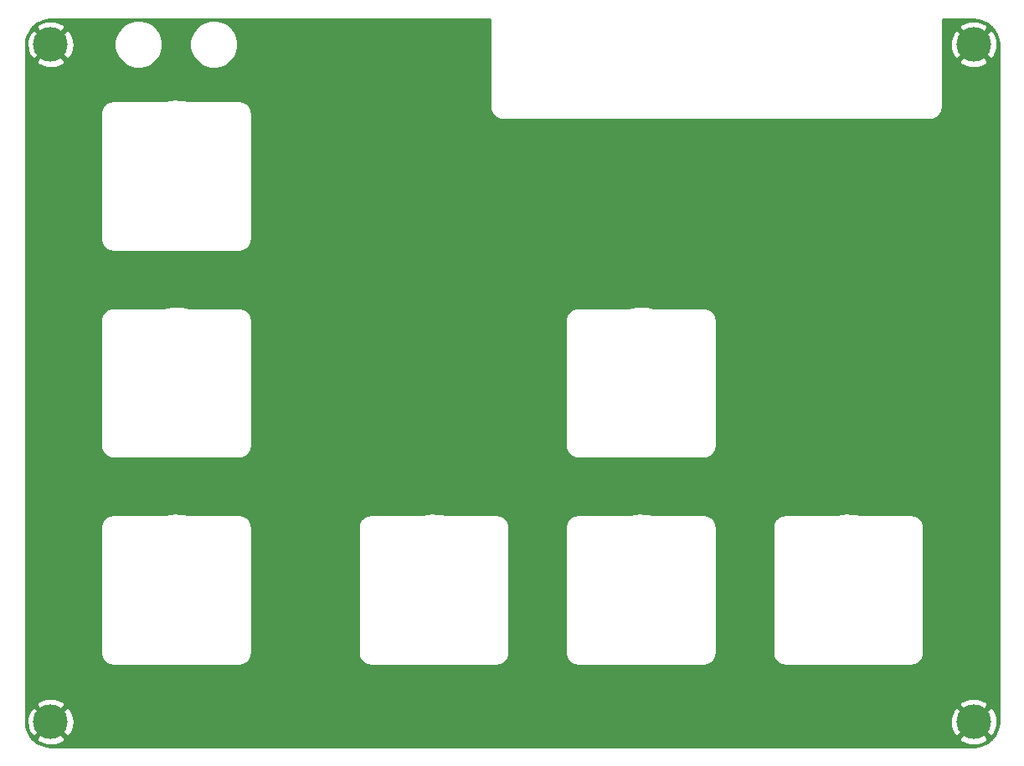
<source format=gbl>
G04 #@! TF.GenerationSoftware,KiCad,Pcbnew,(5.1.8)-1*
G04 #@! TF.CreationDate,2021-01-26T21:32:48+01:00*
G04 #@! TF.ProjectId,C64 Joykey Faceplate B1,43363420-4a6f-4796-9b65-792046616365,rev?*
G04 #@! TF.SameCoordinates,Original*
G04 #@! TF.FileFunction,Copper,L2,Bot*
G04 #@! TF.FilePolarity,Positive*
%FSLAX46Y46*%
G04 Gerber Fmt 4.6, Leading zero omitted, Abs format (unit mm)*
G04 Created by KiCad (PCBNEW (5.1.8)-1) date 2021-01-26 21:32:48*
%MOMM*%
%LPD*%
G01*
G04 APERTURE LIST*
G04 #@! TA.AperFunction,ComponentPad*
%ADD10C,3.500000*%
G04 #@! TD*
G04 #@! TA.AperFunction,Conductor*
%ADD11C,0.254000*%
G04 #@! TD*
G04 #@! TA.AperFunction,Conductor*
%ADD12C,0.100000*%
G04 #@! TD*
G04 APERTURE END LIST*
D10*
X144145000Y-154305000D03*
X237490000Y-154305000D03*
X237490000Y-85725000D03*
X144145000Y-85725000D03*
D11*
X188569513Y-83210666D02*
X188570001Y-83215310D01*
X188570000Y-92107418D01*
X188572758Y-92135419D01*
X188572731Y-92139255D01*
X188573631Y-92148426D01*
X188586586Y-92271677D01*
X188598615Y-92330274D01*
X188609822Y-92389028D01*
X188612486Y-92397850D01*
X188649133Y-92516238D01*
X188672308Y-92571368D01*
X188694722Y-92626847D01*
X188699049Y-92634983D01*
X188757992Y-92743998D01*
X188791437Y-92793582D01*
X188824197Y-92843645D01*
X188830022Y-92850786D01*
X188909018Y-92946276D01*
X188951467Y-92988430D01*
X188993315Y-93031165D01*
X189000416Y-93037039D01*
X189096455Y-93115367D01*
X189146281Y-93148472D01*
X189195638Y-93182267D01*
X189203744Y-93186650D01*
X189313167Y-93244832D01*
X189368459Y-93267621D01*
X189423455Y-93291193D01*
X189432258Y-93293918D01*
X189550899Y-93329737D01*
X189609583Y-93341357D01*
X189668094Y-93353794D01*
X189677250Y-93354756D01*
X189677255Y-93354757D01*
X189677259Y-93354757D01*
X189800597Y-93366850D01*
X189800598Y-93366850D01*
X189832581Y-93370000D01*
X233077419Y-93370000D01*
X233105419Y-93367242D01*
X233109255Y-93367269D01*
X233118426Y-93366369D01*
X233241677Y-93353414D01*
X233300274Y-93341385D01*
X233359028Y-93330178D01*
X233367850Y-93327514D01*
X233486238Y-93290867D01*
X233541368Y-93267692D01*
X233596847Y-93245278D01*
X233604983Y-93240951D01*
X233713998Y-93182008D01*
X233763582Y-93148563D01*
X233813645Y-93115803D01*
X233820786Y-93109978D01*
X233916276Y-93030982D01*
X233958430Y-92988533D01*
X234001165Y-92946685D01*
X234007039Y-92939584D01*
X234085367Y-92843545D01*
X234118472Y-92793719D01*
X234152267Y-92744362D01*
X234156650Y-92736256D01*
X234214832Y-92626833D01*
X234237621Y-92571541D01*
X234261193Y-92516545D01*
X234263918Y-92507742D01*
X234299737Y-92389101D01*
X234311359Y-92330408D01*
X234323794Y-92271906D01*
X234324756Y-92262750D01*
X234324757Y-92262745D01*
X234324757Y-92262741D01*
X234336850Y-92139403D01*
X234336850Y-92139402D01*
X234340000Y-92107419D01*
X234340000Y-87394609D01*
X235999997Y-87394609D01*
X236186073Y-87735766D01*
X236603409Y-87951513D01*
X237054815Y-88081696D01*
X237522946Y-88121313D01*
X237989811Y-88068842D01*
X238437468Y-87926297D01*
X238793927Y-87735766D01*
X238980003Y-87394609D01*
X237490000Y-85904605D01*
X235999997Y-87394609D01*
X234340000Y-87394609D01*
X234340000Y-85757946D01*
X235093687Y-85757946D01*
X235146158Y-86224811D01*
X235288703Y-86672468D01*
X235479234Y-87028927D01*
X235820391Y-87215003D01*
X237310395Y-85725000D01*
X237669605Y-85725000D01*
X239159609Y-87215003D01*
X239500766Y-87028927D01*
X239716513Y-86611591D01*
X239846696Y-86160185D01*
X239886313Y-85692054D01*
X239833842Y-85225189D01*
X239691297Y-84777532D01*
X239500766Y-84421073D01*
X239159609Y-84234997D01*
X237669605Y-85725000D01*
X237310395Y-85725000D01*
X235820391Y-84234997D01*
X235479234Y-84421073D01*
X235263487Y-84838409D01*
X235133304Y-85289815D01*
X235093687Y-85757946D01*
X234340000Y-85757946D01*
X234340000Y-84055391D01*
X235999997Y-84055391D01*
X237490000Y-85545395D01*
X238980003Y-84055391D01*
X238793927Y-83714234D01*
X238376591Y-83498487D01*
X237925185Y-83368304D01*
X237457054Y-83328687D01*
X236990189Y-83381158D01*
X236542532Y-83523703D01*
X236186073Y-83714234D01*
X235999997Y-84055391D01*
X234340000Y-84055391D01*
X234340000Y-83217275D01*
X234340666Y-83210487D01*
X234345301Y-83210000D01*
X237457722Y-83210000D01*
X237977884Y-83261002D01*
X238447188Y-83402694D01*
X238880025Y-83632837D01*
X239259927Y-83942678D01*
X239572403Y-84320397D01*
X239805569Y-84751627D01*
X239950532Y-85219928D01*
X240005000Y-85738153D01*
X240005001Y-154272712D01*
X239953998Y-154792883D01*
X239812307Y-155262186D01*
X239582161Y-155695028D01*
X239272323Y-156074927D01*
X238894600Y-156387406D01*
X238463373Y-156620569D01*
X237995073Y-156765532D01*
X237476847Y-156820000D01*
X144177278Y-156820000D01*
X143657117Y-156768998D01*
X143187814Y-156627307D01*
X142754972Y-156397161D01*
X142375073Y-156087323D01*
X142281829Y-155974609D01*
X142654997Y-155974609D01*
X142841073Y-156315766D01*
X143258409Y-156531513D01*
X143709815Y-156661696D01*
X144177946Y-156701313D01*
X144644811Y-156648842D01*
X145092468Y-156506297D01*
X145448927Y-156315766D01*
X145635003Y-155974609D01*
X235999997Y-155974609D01*
X236186073Y-156315766D01*
X236603409Y-156531513D01*
X237054815Y-156661696D01*
X237522946Y-156701313D01*
X237989811Y-156648842D01*
X238437468Y-156506297D01*
X238793927Y-156315766D01*
X238980003Y-155974609D01*
X237490000Y-154484605D01*
X235999997Y-155974609D01*
X145635003Y-155974609D01*
X144145000Y-154484605D01*
X142654997Y-155974609D01*
X142281829Y-155974609D01*
X142062594Y-155709600D01*
X141829431Y-155278373D01*
X141684468Y-154810073D01*
X141634846Y-154337946D01*
X141748687Y-154337946D01*
X141801158Y-154804811D01*
X141943703Y-155252468D01*
X142134234Y-155608927D01*
X142475391Y-155795003D01*
X143965395Y-154305000D01*
X144324605Y-154305000D01*
X145814609Y-155795003D01*
X146155766Y-155608927D01*
X146371513Y-155191591D01*
X146501696Y-154740185D01*
X146535736Y-154337946D01*
X235093687Y-154337946D01*
X235146158Y-154804811D01*
X235288703Y-155252468D01*
X235479234Y-155608927D01*
X235820391Y-155795003D01*
X237310395Y-154305000D01*
X237669605Y-154305000D01*
X239159609Y-155795003D01*
X239500766Y-155608927D01*
X239716513Y-155191591D01*
X239846696Y-154740185D01*
X239886313Y-154272054D01*
X239833842Y-153805189D01*
X239691297Y-153357532D01*
X239500766Y-153001073D01*
X239159609Y-152814997D01*
X237669605Y-154305000D01*
X237310395Y-154305000D01*
X235820391Y-152814997D01*
X235479234Y-153001073D01*
X235263487Y-153418409D01*
X235133304Y-153869815D01*
X235093687Y-154337946D01*
X146535736Y-154337946D01*
X146541313Y-154272054D01*
X146488842Y-153805189D01*
X146346297Y-153357532D01*
X146155766Y-153001073D01*
X145814609Y-152814997D01*
X144324605Y-154305000D01*
X143965395Y-154305000D01*
X142475391Y-152814997D01*
X142134234Y-153001073D01*
X141918487Y-153418409D01*
X141788304Y-153869815D01*
X141748687Y-154337946D01*
X141634846Y-154337946D01*
X141630000Y-154291847D01*
X141630000Y-152635391D01*
X142654997Y-152635391D01*
X144145000Y-154125395D01*
X145635003Y-152635391D01*
X235999997Y-152635391D01*
X237490000Y-154125395D01*
X238980003Y-152635391D01*
X238793927Y-152294234D01*
X238376591Y-152078487D01*
X237925185Y-151948304D01*
X237457054Y-151908687D01*
X236990189Y-151961158D01*
X236542532Y-152103703D01*
X236186073Y-152294234D01*
X235999997Y-152635391D01*
X145635003Y-152635391D01*
X145448927Y-152294234D01*
X145031591Y-152078487D01*
X144580185Y-151948304D01*
X144112054Y-151908687D01*
X143645189Y-151961158D01*
X143197532Y-152103703D01*
X142841073Y-152294234D01*
X142654997Y-152635391D01*
X141630000Y-152635391D01*
X141630000Y-134587582D01*
X149200000Y-134587582D01*
X149200001Y-147352419D01*
X149202758Y-147380410D01*
X149202731Y-147384255D01*
X149203631Y-147393426D01*
X149216586Y-147516677D01*
X149228615Y-147575274D01*
X149239822Y-147634028D01*
X149242486Y-147642850D01*
X149279133Y-147761238D01*
X149302308Y-147816368D01*
X149324722Y-147871847D01*
X149329049Y-147879983D01*
X149387992Y-147988998D01*
X149421437Y-148038582D01*
X149454197Y-148088645D01*
X149460022Y-148095786D01*
X149539018Y-148191276D01*
X149581467Y-148233430D01*
X149623315Y-148276165D01*
X149630416Y-148282039D01*
X149726455Y-148360367D01*
X149776281Y-148393472D01*
X149825638Y-148427267D01*
X149833744Y-148431650D01*
X149943167Y-148489832D01*
X149998459Y-148512621D01*
X150053455Y-148536193D01*
X150062258Y-148538918D01*
X150180899Y-148574737D01*
X150239583Y-148586357D01*
X150298094Y-148598794D01*
X150307250Y-148599756D01*
X150307255Y-148599757D01*
X150307259Y-148599757D01*
X150430597Y-148611850D01*
X150430598Y-148611850D01*
X150462581Y-148615000D01*
X163227419Y-148615000D01*
X163255419Y-148612242D01*
X163259255Y-148612269D01*
X163268426Y-148611369D01*
X163391677Y-148598414D01*
X163450274Y-148586385D01*
X163509028Y-148575178D01*
X163517850Y-148572514D01*
X163636238Y-148535867D01*
X163691368Y-148512692D01*
X163746847Y-148490278D01*
X163754983Y-148485951D01*
X163863998Y-148427008D01*
X163913582Y-148393563D01*
X163963645Y-148360803D01*
X163970786Y-148354978D01*
X164066276Y-148275982D01*
X164108430Y-148233533D01*
X164151165Y-148191685D01*
X164157039Y-148184584D01*
X164235367Y-148088545D01*
X164268472Y-148038719D01*
X164302267Y-147989362D01*
X164306650Y-147981256D01*
X164364832Y-147871833D01*
X164387621Y-147816541D01*
X164411193Y-147761545D01*
X164413918Y-147752742D01*
X164449737Y-147634101D01*
X164461359Y-147575408D01*
X164473794Y-147516906D01*
X164474756Y-147507750D01*
X164474757Y-147507745D01*
X164474757Y-147507741D01*
X164486850Y-147384403D01*
X164486850Y-147384402D01*
X164490000Y-147352419D01*
X164490000Y-134587582D01*
X175235000Y-134587582D01*
X175235001Y-147352419D01*
X175237758Y-147380410D01*
X175237731Y-147384255D01*
X175238631Y-147393426D01*
X175251586Y-147516677D01*
X175263615Y-147575274D01*
X175274822Y-147634028D01*
X175277486Y-147642850D01*
X175314133Y-147761238D01*
X175337308Y-147816368D01*
X175359722Y-147871847D01*
X175364049Y-147879983D01*
X175422992Y-147988998D01*
X175456437Y-148038582D01*
X175489197Y-148088645D01*
X175495022Y-148095786D01*
X175574018Y-148191276D01*
X175616467Y-148233430D01*
X175658315Y-148276165D01*
X175665416Y-148282039D01*
X175761455Y-148360367D01*
X175811281Y-148393472D01*
X175860638Y-148427267D01*
X175868744Y-148431650D01*
X175978167Y-148489832D01*
X176033459Y-148512621D01*
X176088455Y-148536193D01*
X176097258Y-148538918D01*
X176215899Y-148574737D01*
X176274583Y-148586357D01*
X176333094Y-148598794D01*
X176342250Y-148599756D01*
X176342255Y-148599757D01*
X176342259Y-148599757D01*
X176465597Y-148611850D01*
X176465598Y-148611850D01*
X176497581Y-148615000D01*
X189262419Y-148615000D01*
X189290419Y-148612242D01*
X189294255Y-148612269D01*
X189303426Y-148611369D01*
X189426677Y-148598414D01*
X189485274Y-148586385D01*
X189544028Y-148575178D01*
X189552850Y-148572514D01*
X189671238Y-148535867D01*
X189726368Y-148512692D01*
X189781847Y-148490278D01*
X189789983Y-148485951D01*
X189898998Y-148427008D01*
X189948582Y-148393563D01*
X189998645Y-148360803D01*
X190005786Y-148354978D01*
X190101276Y-148275982D01*
X190143430Y-148233533D01*
X190186165Y-148191685D01*
X190192039Y-148184584D01*
X190270367Y-148088545D01*
X190303472Y-148038719D01*
X190337267Y-147989362D01*
X190341650Y-147981256D01*
X190399832Y-147871833D01*
X190422621Y-147816541D01*
X190446193Y-147761545D01*
X190448918Y-147752742D01*
X190484737Y-147634101D01*
X190496359Y-147575408D01*
X190508794Y-147516906D01*
X190509756Y-147507750D01*
X190509757Y-147507745D01*
X190509757Y-147507741D01*
X190521850Y-147384403D01*
X190521850Y-147384402D01*
X190525000Y-147352419D01*
X190525000Y-134587582D01*
X196190000Y-134587582D01*
X196190001Y-147352419D01*
X196192758Y-147380410D01*
X196192731Y-147384255D01*
X196193631Y-147393426D01*
X196206586Y-147516677D01*
X196218615Y-147575274D01*
X196229822Y-147634028D01*
X196232486Y-147642850D01*
X196269133Y-147761238D01*
X196292308Y-147816368D01*
X196314722Y-147871847D01*
X196319049Y-147879983D01*
X196377992Y-147988998D01*
X196411437Y-148038582D01*
X196444197Y-148088645D01*
X196450022Y-148095786D01*
X196529018Y-148191276D01*
X196571467Y-148233430D01*
X196613315Y-148276165D01*
X196620416Y-148282039D01*
X196716455Y-148360367D01*
X196766281Y-148393472D01*
X196815638Y-148427267D01*
X196823744Y-148431650D01*
X196933167Y-148489832D01*
X196988459Y-148512621D01*
X197043455Y-148536193D01*
X197052258Y-148538918D01*
X197170899Y-148574737D01*
X197229583Y-148586357D01*
X197288094Y-148598794D01*
X197297250Y-148599756D01*
X197297255Y-148599757D01*
X197297259Y-148599757D01*
X197420597Y-148611850D01*
X197420598Y-148611850D01*
X197452581Y-148615000D01*
X210217419Y-148615000D01*
X210245419Y-148612242D01*
X210249255Y-148612269D01*
X210258426Y-148611369D01*
X210381677Y-148598414D01*
X210440274Y-148586385D01*
X210499028Y-148575178D01*
X210507850Y-148572514D01*
X210626238Y-148535867D01*
X210681368Y-148512692D01*
X210736847Y-148490278D01*
X210744983Y-148485951D01*
X210853998Y-148427008D01*
X210903582Y-148393563D01*
X210953645Y-148360803D01*
X210960786Y-148354978D01*
X211056276Y-148275982D01*
X211098430Y-148233533D01*
X211141165Y-148191685D01*
X211147039Y-148184584D01*
X211225367Y-148088545D01*
X211258472Y-148038719D01*
X211292267Y-147989362D01*
X211296650Y-147981256D01*
X211354832Y-147871833D01*
X211377621Y-147816541D01*
X211401193Y-147761545D01*
X211403918Y-147752742D01*
X211439737Y-147634101D01*
X211451359Y-147575408D01*
X211463794Y-147516906D01*
X211464756Y-147507750D01*
X211464757Y-147507745D01*
X211464757Y-147507741D01*
X211476850Y-147384403D01*
X211476850Y-147384402D01*
X211480000Y-147352419D01*
X211480000Y-134587582D01*
X217145000Y-134587582D01*
X217145001Y-147352419D01*
X217147758Y-147380410D01*
X217147731Y-147384255D01*
X217148631Y-147393426D01*
X217161586Y-147516677D01*
X217173615Y-147575274D01*
X217184822Y-147634028D01*
X217187486Y-147642850D01*
X217224133Y-147761238D01*
X217247308Y-147816368D01*
X217269722Y-147871847D01*
X217274049Y-147879983D01*
X217332992Y-147988998D01*
X217366437Y-148038582D01*
X217399197Y-148088645D01*
X217405022Y-148095786D01*
X217484018Y-148191276D01*
X217526467Y-148233430D01*
X217568315Y-148276165D01*
X217575416Y-148282039D01*
X217671455Y-148360367D01*
X217721281Y-148393472D01*
X217770638Y-148427267D01*
X217778744Y-148431650D01*
X217888167Y-148489832D01*
X217943459Y-148512621D01*
X217998455Y-148536193D01*
X218007258Y-148538918D01*
X218125899Y-148574737D01*
X218184583Y-148586357D01*
X218243094Y-148598794D01*
X218252250Y-148599756D01*
X218252255Y-148599757D01*
X218252259Y-148599757D01*
X218375597Y-148611850D01*
X218375598Y-148611850D01*
X218407581Y-148615000D01*
X231172419Y-148615000D01*
X231200419Y-148612242D01*
X231204255Y-148612269D01*
X231213426Y-148611369D01*
X231336677Y-148598414D01*
X231395274Y-148586385D01*
X231454028Y-148575178D01*
X231462850Y-148572514D01*
X231581238Y-148535867D01*
X231636368Y-148512692D01*
X231691847Y-148490278D01*
X231699983Y-148485951D01*
X231808998Y-148427008D01*
X231858582Y-148393563D01*
X231908645Y-148360803D01*
X231915786Y-148354978D01*
X232011276Y-148275982D01*
X232053430Y-148233533D01*
X232096165Y-148191685D01*
X232102039Y-148184584D01*
X232180367Y-148088545D01*
X232213472Y-148038719D01*
X232247267Y-147989362D01*
X232251650Y-147981256D01*
X232309832Y-147871833D01*
X232332621Y-147816541D01*
X232356193Y-147761545D01*
X232358918Y-147752742D01*
X232394737Y-147634101D01*
X232406359Y-147575408D01*
X232418794Y-147516906D01*
X232419756Y-147507750D01*
X232419757Y-147507745D01*
X232419757Y-147507741D01*
X232431850Y-147384403D01*
X232431850Y-147384402D01*
X232435000Y-147352419D01*
X232435000Y-134587581D01*
X232432242Y-134559581D01*
X232432269Y-134555745D01*
X232431369Y-134546574D01*
X232418414Y-134423323D01*
X232406387Y-134364733D01*
X232395178Y-134305971D01*
X232392514Y-134297149D01*
X232355867Y-134178762D01*
X232332692Y-134123632D01*
X232310278Y-134068153D01*
X232305951Y-134060017D01*
X232247007Y-133951002D01*
X232213565Y-133901422D01*
X232180803Y-133851355D01*
X232174978Y-133844214D01*
X232095982Y-133748724D01*
X232053566Y-133706603D01*
X232011684Y-133663834D01*
X232004584Y-133657961D01*
X231908545Y-133579633D01*
X231858703Y-133546518D01*
X231809362Y-133512733D01*
X231801256Y-133508350D01*
X231691832Y-133450168D01*
X231636554Y-133427384D01*
X231581545Y-133403807D01*
X231572741Y-133401082D01*
X231454101Y-133365262D01*
X231395372Y-133353633D01*
X231336905Y-133341206D01*
X231327747Y-133340244D01*
X231327744Y-133340243D01*
X231327741Y-133340243D01*
X231204402Y-133328150D01*
X231172419Y-133325000D01*
X226117735Y-133325000D01*
X225448660Y-133207024D01*
X225396869Y-133202493D01*
X225345153Y-133197090D01*
X224432529Y-133181737D01*
X224432528Y-133181737D01*
X224317768Y-133189835D01*
X223467840Y-133325002D01*
X218407582Y-133325000D01*
X218379581Y-133327758D01*
X218375745Y-133327731D01*
X218366574Y-133328631D01*
X218243323Y-133341586D01*
X218184733Y-133353613D01*
X218125971Y-133364822D01*
X218117149Y-133367486D01*
X217998762Y-133404133D01*
X217943632Y-133427308D01*
X217888153Y-133449722D01*
X217880017Y-133454049D01*
X217771002Y-133512993D01*
X217721422Y-133546435D01*
X217671355Y-133579197D01*
X217664214Y-133585022D01*
X217568724Y-133664018D01*
X217526603Y-133706434D01*
X217483834Y-133748316D01*
X217477961Y-133755416D01*
X217399633Y-133851455D01*
X217366518Y-133901297D01*
X217332733Y-133950638D01*
X217328350Y-133958744D01*
X217270168Y-134068168D01*
X217247384Y-134123446D01*
X217223807Y-134178455D01*
X217221082Y-134187259D01*
X217185262Y-134305899D01*
X217173641Y-134364592D01*
X217161206Y-134423095D01*
X217160244Y-134432253D01*
X217160244Y-134432254D01*
X217160243Y-134432259D01*
X217148150Y-134555598D01*
X217145000Y-134587582D01*
X211480000Y-134587582D01*
X211480000Y-134587581D01*
X211477242Y-134559581D01*
X211477269Y-134555745D01*
X211476369Y-134546574D01*
X211463414Y-134423323D01*
X211451387Y-134364733D01*
X211440178Y-134305971D01*
X211437514Y-134297149D01*
X211400867Y-134178762D01*
X211377692Y-134123632D01*
X211355278Y-134068153D01*
X211350951Y-134060017D01*
X211292007Y-133951002D01*
X211258565Y-133901422D01*
X211225803Y-133851355D01*
X211219978Y-133844214D01*
X211140982Y-133748724D01*
X211098566Y-133706603D01*
X211056684Y-133663834D01*
X211049584Y-133657961D01*
X210953545Y-133579633D01*
X210903703Y-133546518D01*
X210854362Y-133512733D01*
X210846256Y-133508350D01*
X210736832Y-133450168D01*
X210681554Y-133427384D01*
X210626545Y-133403807D01*
X210617741Y-133401082D01*
X210499101Y-133365262D01*
X210440372Y-133353633D01*
X210381905Y-133341206D01*
X210372747Y-133340244D01*
X210372744Y-133340243D01*
X210372741Y-133340243D01*
X210249402Y-133328150D01*
X210217419Y-133325000D01*
X205162735Y-133325000D01*
X204493660Y-133207024D01*
X204441869Y-133202493D01*
X204390153Y-133197090D01*
X203477529Y-133181737D01*
X203477528Y-133181737D01*
X203362768Y-133189835D01*
X202512840Y-133325002D01*
X197452582Y-133325000D01*
X197424581Y-133327758D01*
X197420745Y-133327731D01*
X197411574Y-133328631D01*
X197288323Y-133341586D01*
X197229733Y-133353613D01*
X197170971Y-133364822D01*
X197162149Y-133367486D01*
X197043762Y-133404133D01*
X196988632Y-133427308D01*
X196933153Y-133449722D01*
X196925017Y-133454049D01*
X196816002Y-133512993D01*
X196766422Y-133546435D01*
X196716355Y-133579197D01*
X196709214Y-133585022D01*
X196613724Y-133664018D01*
X196571603Y-133706434D01*
X196528834Y-133748316D01*
X196522961Y-133755416D01*
X196444633Y-133851455D01*
X196411518Y-133901297D01*
X196377733Y-133950638D01*
X196373350Y-133958744D01*
X196315168Y-134068168D01*
X196292384Y-134123446D01*
X196268807Y-134178455D01*
X196266082Y-134187259D01*
X196230262Y-134305899D01*
X196218641Y-134364592D01*
X196206206Y-134423095D01*
X196205244Y-134432253D01*
X196205244Y-134432254D01*
X196205243Y-134432259D01*
X196193150Y-134555598D01*
X196190000Y-134587582D01*
X190525000Y-134587582D01*
X190525000Y-134587581D01*
X190522242Y-134559581D01*
X190522269Y-134555745D01*
X190521369Y-134546574D01*
X190508414Y-134423323D01*
X190496387Y-134364733D01*
X190485178Y-134305971D01*
X190482514Y-134297149D01*
X190445867Y-134178762D01*
X190422692Y-134123632D01*
X190400278Y-134068153D01*
X190395951Y-134060017D01*
X190337007Y-133951002D01*
X190303565Y-133901422D01*
X190270803Y-133851355D01*
X190264978Y-133844214D01*
X190185982Y-133748724D01*
X190143566Y-133706603D01*
X190101684Y-133663834D01*
X190094584Y-133657961D01*
X189998545Y-133579633D01*
X189948703Y-133546518D01*
X189899362Y-133512733D01*
X189891256Y-133508350D01*
X189781832Y-133450168D01*
X189726554Y-133427384D01*
X189671545Y-133403807D01*
X189662741Y-133401082D01*
X189544101Y-133365262D01*
X189485372Y-133353633D01*
X189426905Y-133341206D01*
X189417747Y-133340244D01*
X189417744Y-133340243D01*
X189417741Y-133340243D01*
X189294402Y-133328150D01*
X189262419Y-133325000D01*
X184207735Y-133325000D01*
X183538660Y-133207024D01*
X183486869Y-133202493D01*
X183435153Y-133197090D01*
X182522529Y-133181737D01*
X182522528Y-133181737D01*
X182407768Y-133189835D01*
X181557840Y-133325002D01*
X176497582Y-133325000D01*
X176469581Y-133327758D01*
X176465745Y-133327731D01*
X176456574Y-133328631D01*
X176333323Y-133341586D01*
X176274733Y-133353613D01*
X176215971Y-133364822D01*
X176207149Y-133367486D01*
X176088762Y-133404133D01*
X176033632Y-133427308D01*
X175978153Y-133449722D01*
X175970017Y-133454049D01*
X175861002Y-133512993D01*
X175811422Y-133546435D01*
X175761355Y-133579197D01*
X175754214Y-133585022D01*
X175658724Y-133664018D01*
X175616603Y-133706434D01*
X175573834Y-133748316D01*
X175567961Y-133755416D01*
X175489633Y-133851455D01*
X175456518Y-133901297D01*
X175422733Y-133950638D01*
X175418350Y-133958744D01*
X175360168Y-134068168D01*
X175337384Y-134123446D01*
X175313807Y-134178455D01*
X175311082Y-134187259D01*
X175275262Y-134305899D01*
X175263641Y-134364592D01*
X175251206Y-134423095D01*
X175250244Y-134432253D01*
X175250244Y-134432254D01*
X175250243Y-134432259D01*
X175238150Y-134555598D01*
X175235000Y-134587582D01*
X164490000Y-134587582D01*
X164490000Y-134587581D01*
X164487242Y-134559581D01*
X164487269Y-134555745D01*
X164486369Y-134546574D01*
X164473414Y-134423323D01*
X164461387Y-134364733D01*
X164450178Y-134305971D01*
X164447514Y-134297149D01*
X164410867Y-134178762D01*
X164387692Y-134123632D01*
X164365278Y-134068153D01*
X164360951Y-134060017D01*
X164302007Y-133951002D01*
X164268565Y-133901422D01*
X164235803Y-133851355D01*
X164229978Y-133844214D01*
X164150982Y-133748724D01*
X164108566Y-133706603D01*
X164066684Y-133663834D01*
X164059584Y-133657961D01*
X163963545Y-133579633D01*
X163913703Y-133546518D01*
X163864362Y-133512733D01*
X163856256Y-133508350D01*
X163746832Y-133450168D01*
X163691554Y-133427384D01*
X163636545Y-133403807D01*
X163627741Y-133401082D01*
X163509101Y-133365262D01*
X163450372Y-133353633D01*
X163391905Y-133341206D01*
X163382747Y-133340244D01*
X163382744Y-133340243D01*
X163382741Y-133340243D01*
X163259402Y-133328150D01*
X163227419Y-133325000D01*
X158172735Y-133325000D01*
X157503660Y-133207024D01*
X157451869Y-133202493D01*
X157400153Y-133197090D01*
X156487529Y-133181737D01*
X156487528Y-133181737D01*
X156372768Y-133189835D01*
X155522840Y-133325002D01*
X150462582Y-133325000D01*
X150434581Y-133327758D01*
X150430745Y-133327731D01*
X150421574Y-133328631D01*
X150298323Y-133341586D01*
X150239733Y-133353613D01*
X150180971Y-133364822D01*
X150172149Y-133367486D01*
X150053762Y-133404133D01*
X149998632Y-133427308D01*
X149943153Y-133449722D01*
X149935017Y-133454049D01*
X149826002Y-133512993D01*
X149776422Y-133546435D01*
X149726355Y-133579197D01*
X149719214Y-133585022D01*
X149623724Y-133664018D01*
X149581603Y-133706434D01*
X149538834Y-133748316D01*
X149532961Y-133755416D01*
X149454633Y-133851455D01*
X149421518Y-133901297D01*
X149387733Y-133950638D01*
X149383350Y-133958744D01*
X149325168Y-134068168D01*
X149302384Y-134123446D01*
X149278807Y-134178455D01*
X149276082Y-134187259D01*
X149240262Y-134305899D01*
X149228641Y-134364592D01*
X149216206Y-134423095D01*
X149215244Y-134432253D01*
X149215244Y-134432254D01*
X149215243Y-134432259D01*
X149203150Y-134555598D01*
X149200000Y-134587582D01*
X141630000Y-134587582D01*
X141630000Y-113632582D01*
X149200000Y-113632582D01*
X149200001Y-126397419D01*
X149202758Y-126425410D01*
X149202731Y-126429255D01*
X149203631Y-126438426D01*
X149216586Y-126561677D01*
X149228615Y-126620274D01*
X149239822Y-126679028D01*
X149242486Y-126687850D01*
X149279133Y-126806238D01*
X149302308Y-126861368D01*
X149324722Y-126916847D01*
X149329049Y-126924983D01*
X149387992Y-127033998D01*
X149421437Y-127083582D01*
X149454197Y-127133645D01*
X149460022Y-127140786D01*
X149539018Y-127236276D01*
X149581467Y-127278430D01*
X149623315Y-127321165D01*
X149630416Y-127327039D01*
X149726455Y-127405367D01*
X149776281Y-127438472D01*
X149825638Y-127472267D01*
X149833744Y-127476650D01*
X149943167Y-127534832D01*
X149998459Y-127557621D01*
X150053455Y-127581193D01*
X150062258Y-127583918D01*
X150180899Y-127619737D01*
X150239583Y-127631357D01*
X150298094Y-127643794D01*
X150307250Y-127644756D01*
X150307255Y-127644757D01*
X150307259Y-127644757D01*
X150430597Y-127656850D01*
X150430598Y-127656850D01*
X150462581Y-127660000D01*
X163227419Y-127660000D01*
X163255419Y-127657242D01*
X163259255Y-127657269D01*
X163268426Y-127656369D01*
X163391677Y-127643414D01*
X163450274Y-127631385D01*
X163509028Y-127620178D01*
X163517850Y-127617514D01*
X163636238Y-127580867D01*
X163691368Y-127557692D01*
X163746847Y-127535278D01*
X163754983Y-127530951D01*
X163863998Y-127472008D01*
X163913582Y-127438563D01*
X163963645Y-127405803D01*
X163970786Y-127399978D01*
X164066276Y-127320982D01*
X164108430Y-127278533D01*
X164151165Y-127236685D01*
X164157039Y-127229584D01*
X164235367Y-127133545D01*
X164268472Y-127083719D01*
X164302267Y-127034362D01*
X164306650Y-127026256D01*
X164364832Y-126916833D01*
X164387621Y-126861541D01*
X164411193Y-126806545D01*
X164413918Y-126797742D01*
X164449737Y-126679101D01*
X164461359Y-126620408D01*
X164473794Y-126561906D01*
X164474756Y-126552750D01*
X164474757Y-126552745D01*
X164474757Y-126552741D01*
X164486850Y-126429403D01*
X164486850Y-126429402D01*
X164490000Y-126397419D01*
X164490000Y-113632582D01*
X196190000Y-113632582D01*
X196190001Y-126397419D01*
X196192758Y-126425410D01*
X196192731Y-126429255D01*
X196193631Y-126438426D01*
X196206586Y-126561677D01*
X196218615Y-126620274D01*
X196229822Y-126679028D01*
X196232486Y-126687850D01*
X196269133Y-126806238D01*
X196292308Y-126861368D01*
X196314722Y-126916847D01*
X196319049Y-126924983D01*
X196377992Y-127033998D01*
X196411437Y-127083582D01*
X196444197Y-127133645D01*
X196450022Y-127140786D01*
X196529018Y-127236276D01*
X196571467Y-127278430D01*
X196613315Y-127321165D01*
X196620416Y-127327039D01*
X196716455Y-127405367D01*
X196766281Y-127438472D01*
X196815638Y-127472267D01*
X196823744Y-127476650D01*
X196933167Y-127534832D01*
X196988459Y-127557621D01*
X197043455Y-127581193D01*
X197052258Y-127583918D01*
X197170899Y-127619737D01*
X197229583Y-127631357D01*
X197288094Y-127643794D01*
X197297250Y-127644756D01*
X197297255Y-127644757D01*
X197297259Y-127644757D01*
X197420597Y-127656850D01*
X197420598Y-127656850D01*
X197452581Y-127660000D01*
X210217419Y-127660000D01*
X210245419Y-127657242D01*
X210249255Y-127657269D01*
X210258426Y-127656369D01*
X210381677Y-127643414D01*
X210440274Y-127631385D01*
X210499028Y-127620178D01*
X210507850Y-127617514D01*
X210626238Y-127580867D01*
X210681368Y-127557692D01*
X210736847Y-127535278D01*
X210744983Y-127530951D01*
X210853998Y-127472008D01*
X210903582Y-127438563D01*
X210953645Y-127405803D01*
X210960786Y-127399978D01*
X211056276Y-127320982D01*
X211098430Y-127278533D01*
X211141165Y-127236685D01*
X211147039Y-127229584D01*
X211225367Y-127133545D01*
X211258472Y-127083719D01*
X211292267Y-127034362D01*
X211296650Y-127026256D01*
X211354832Y-126916833D01*
X211377621Y-126861541D01*
X211401193Y-126806545D01*
X211403918Y-126797742D01*
X211439737Y-126679101D01*
X211451359Y-126620408D01*
X211463794Y-126561906D01*
X211464756Y-126552750D01*
X211464757Y-126552745D01*
X211464757Y-126552741D01*
X211476850Y-126429403D01*
X211476850Y-126429402D01*
X211480000Y-126397419D01*
X211480000Y-113632581D01*
X211477242Y-113604581D01*
X211477269Y-113600745D01*
X211476369Y-113591574D01*
X211463414Y-113468323D01*
X211451387Y-113409733D01*
X211440178Y-113350971D01*
X211437514Y-113342149D01*
X211400867Y-113223762D01*
X211377692Y-113168632D01*
X211355278Y-113113153D01*
X211350951Y-113105017D01*
X211292007Y-112996002D01*
X211258565Y-112946422D01*
X211225803Y-112896355D01*
X211219978Y-112889214D01*
X211140982Y-112793724D01*
X211098566Y-112751603D01*
X211056684Y-112708834D01*
X211049584Y-112702961D01*
X210953545Y-112624633D01*
X210903703Y-112591518D01*
X210854362Y-112557733D01*
X210846256Y-112553350D01*
X210736832Y-112495168D01*
X210681554Y-112472384D01*
X210626545Y-112448807D01*
X210617741Y-112446082D01*
X210499101Y-112410262D01*
X210440372Y-112398633D01*
X210381905Y-112386206D01*
X210372747Y-112385244D01*
X210372744Y-112385243D01*
X210372741Y-112385243D01*
X210249402Y-112373150D01*
X210217419Y-112370000D01*
X205162735Y-112370000D01*
X204493660Y-112252024D01*
X204441869Y-112247493D01*
X204390153Y-112242090D01*
X203477529Y-112226737D01*
X203477528Y-112226737D01*
X203362768Y-112234835D01*
X202512840Y-112370002D01*
X197452582Y-112370000D01*
X197424581Y-112372758D01*
X197420745Y-112372731D01*
X197411574Y-112373631D01*
X197288323Y-112386586D01*
X197229733Y-112398613D01*
X197170971Y-112409822D01*
X197162149Y-112412486D01*
X197043762Y-112449133D01*
X196988632Y-112472308D01*
X196933153Y-112494722D01*
X196925017Y-112499049D01*
X196816002Y-112557993D01*
X196766422Y-112591435D01*
X196716355Y-112624197D01*
X196709214Y-112630022D01*
X196613724Y-112709018D01*
X196571603Y-112751434D01*
X196528834Y-112793316D01*
X196522961Y-112800416D01*
X196444633Y-112896455D01*
X196411518Y-112946297D01*
X196377733Y-112995638D01*
X196373350Y-113003744D01*
X196315168Y-113113168D01*
X196292384Y-113168446D01*
X196268807Y-113223455D01*
X196266082Y-113232259D01*
X196230262Y-113350899D01*
X196218641Y-113409592D01*
X196206206Y-113468095D01*
X196205244Y-113477253D01*
X196205244Y-113477254D01*
X196205243Y-113477259D01*
X196193150Y-113600598D01*
X196190000Y-113632582D01*
X164490000Y-113632582D01*
X164490000Y-113632581D01*
X164487242Y-113604581D01*
X164487269Y-113600745D01*
X164486369Y-113591574D01*
X164473414Y-113468323D01*
X164461387Y-113409733D01*
X164450178Y-113350971D01*
X164447514Y-113342149D01*
X164410867Y-113223762D01*
X164387692Y-113168632D01*
X164365278Y-113113153D01*
X164360951Y-113105017D01*
X164302007Y-112996002D01*
X164268565Y-112946422D01*
X164235803Y-112896355D01*
X164229978Y-112889214D01*
X164150982Y-112793724D01*
X164108566Y-112751603D01*
X164066684Y-112708834D01*
X164059584Y-112702961D01*
X163963545Y-112624633D01*
X163913703Y-112591518D01*
X163864362Y-112557733D01*
X163856256Y-112553350D01*
X163746832Y-112495168D01*
X163691554Y-112472384D01*
X163636545Y-112448807D01*
X163627741Y-112446082D01*
X163509101Y-112410262D01*
X163450372Y-112398633D01*
X163391905Y-112386206D01*
X163382747Y-112385244D01*
X163382744Y-112385243D01*
X163382741Y-112385243D01*
X163259402Y-112373150D01*
X163227419Y-112370000D01*
X158172735Y-112370000D01*
X157503660Y-112252024D01*
X157451869Y-112247493D01*
X157400153Y-112242090D01*
X156487529Y-112226737D01*
X156487528Y-112226737D01*
X156372768Y-112234835D01*
X155522840Y-112370002D01*
X150462582Y-112370000D01*
X150434581Y-112372758D01*
X150430745Y-112372731D01*
X150421574Y-112373631D01*
X150298323Y-112386586D01*
X150239733Y-112398613D01*
X150180971Y-112409822D01*
X150172149Y-112412486D01*
X150053762Y-112449133D01*
X149998632Y-112472308D01*
X149943153Y-112494722D01*
X149935017Y-112499049D01*
X149826002Y-112557993D01*
X149776422Y-112591435D01*
X149726355Y-112624197D01*
X149719214Y-112630022D01*
X149623724Y-112709018D01*
X149581603Y-112751434D01*
X149538834Y-112793316D01*
X149532961Y-112800416D01*
X149454633Y-112896455D01*
X149421518Y-112946297D01*
X149387733Y-112995638D01*
X149383350Y-113003744D01*
X149325168Y-113113168D01*
X149302384Y-113168446D01*
X149278807Y-113223455D01*
X149276082Y-113232259D01*
X149240262Y-113350899D01*
X149228641Y-113409592D01*
X149216206Y-113468095D01*
X149215244Y-113477253D01*
X149215244Y-113477254D01*
X149215243Y-113477259D01*
X149203150Y-113600598D01*
X149200000Y-113632582D01*
X141630000Y-113632582D01*
X141630000Y-92677582D01*
X149200000Y-92677582D01*
X149200001Y-105442419D01*
X149202758Y-105470410D01*
X149202731Y-105474255D01*
X149203631Y-105483426D01*
X149216586Y-105606677D01*
X149228615Y-105665274D01*
X149239822Y-105724028D01*
X149242486Y-105732850D01*
X149279133Y-105851238D01*
X149302308Y-105906368D01*
X149324722Y-105961847D01*
X149329049Y-105969983D01*
X149387992Y-106078998D01*
X149421437Y-106128582D01*
X149454197Y-106178645D01*
X149460022Y-106185786D01*
X149539018Y-106281276D01*
X149581467Y-106323430D01*
X149623315Y-106366165D01*
X149630416Y-106372039D01*
X149726455Y-106450367D01*
X149776281Y-106483472D01*
X149825638Y-106517267D01*
X149833744Y-106521650D01*
X149943167Y-106579832D01*
X149998459Y-106602621D01*
X150053455Y-106626193D01*
X150062258Y-106628918D01*
X150180899Y-106664737D01*
X150239583Y-106676357D01*
X150298094Y-106688794D01*
X150307250Y-106689756D01*
X150307255Y-106689757D01*
X150307259Y-106689757D01*
X150430597Y-106701850D01*
X150430598Y-106701850D01*
X150462581Y-106705000D01*
X163227419Y-106705000D01*
X163255419Y-106702242D01*
X163259255Y-106702269D01*
X163268426Y-106701369D01*
X163391677Y-106688414D01*
X163450274Y-106676385D01*
X163509028Y-106665178D01*
X163517850Y-106662514D01*
X163636238Y-106625867D01*
X163691368Y-106602692D01*
X163746847Y-106580278D01*
X163754983Y-106575951D01*
X163863998Y-106517008D01*
X163913582Y-106483563D01*
X163963645Y-106450803D01*
X163970786Y-106444978D01*
X164066276Y-106365982D01*
X164108430Y-106323533D01*
X164151165Y-106281685D01*
X164157039Y-106274584D01*
X164235367Y-106178545D01*
X164268472Y-106128719D01*
X164302267Y-106079362D01*
X164306650Y-106071256D01*
X164364832Y-105961833D01*
X164387621Y-105906541D01*
X164411193Y-105851545D01*
X164413918Y-105842742D01*
X164449737Y-105724101D01*
X164461359Y-105665408D01*
X164473794Y-105606906D01*
X164474756Y-105597750D01*
X164474757Y-105597745D01*
X164474757Y-105597741D01*
X164486850Y-105474403D01*
X164486850Y-105474402D01*
X164490000Y-105442419D01*
X164490000Y-92677581D01*
X164487242Y-92649581D01*
X164487269Y-92645745D01*
X164486369Y-92636574D01*
X164473414Y-92513323D01*
X164461387Y-92454733D01*
X164450178Y-92395971D01*
X164447514Y-92387149D01*
X164410867Y-92268762D01*
X164387692Y-92213632D01*
X164365278Y-92158153D01*
X164360951Y-92150017D01*
X164302007Y-92041002D01*
X164268565Y-91991422D01*
X164235803Y-91941355D01*
X164229978Y-91934214D01*
X164150982Y-91838724D01*
X164108566Y-91796603D01*
X164066684Y-91753834D01*
X164059584Y-91747961D01*
X163963545Y-91669633D01*
X163913703Y-91636518D01*
X163864362Y-91602733D01*
X163856256Y-91598350D01*
X163746832Y-91540168D01*
X163691554Y-91517384D01*
X163636545Y-91493807D01*
X163627741Y-91491082D01*
X163509101Y-91455262D01*
X163450372Y-91443633D01*
X163391905Y-91431206D01*
X163382747Y-91430244D01*
X163382744Y-91430243D01*
X163382741Y-91430243D01*
X163259402Y-91418150D01*
X163227419Y-91415000D01*
X158172735Y-91415000D01*
X157503660Y-91297024D01*
X157451869Y-91292493D01*
X157400153Y-91287090D01*
X156487529Y-91271737D01*
X156487528Y-91271737D01*
X156372768Y-91279835D01*
X155522840Y-91415002D01*
X150462582Y-91415000D01*
X150434581Y-91417758D01*
X150430745Y-91417731D01*
X150421574Y-91418631D01*
X150298323Y-91431586D01*
X150239733Y-91443613D01*
X150180971Y-91454822D01*
X150172149Y-91457486D01*
X150053762Y-91494133D01*
X149998632Y-91517308D01*
X149943153Y-91539722D01*
X149935017Y-91544049D01*
X149826002Y-91602993D01*
X149776422Y-91636435D01*
X149726355Y-91669197D01*
X149719214Y-91675022D01*
X149623724Y-91754018D01*
X149581603Y-91796434D01*
X149538834Y-91838316D01*
X149532961Y-91845416D01*
X149454633Y-91941455D01*
X149421518Y-91991297D01*
X149387733Y-92040638D01*
X149383350Y-92048744D01*
X149325168Y-92158168D01*
X149302384Y-92213446D01*
X149278807Y-92268455D01*
X149276082Y-92277259D01*
X149240262Y-92395899D01*
X149228641Y-92454592D01*
X149216206Y-92513095D01*
X149215244Y-92522253D01*
X149215244Y-92522254D01*
X149215243Y-92522259D01*
X149203151Y-92645585D01*
X149200000Y-92677582D01*
X141630000Y-92677582D01*
X141630000Y-87394609D01*
X142654997Y-87394609D01*
X142841073Y-87735766D01*
X143258409Y-87951513D01*
X143709815Y-88081696D01*
X144177946Y-88121313D01*
X144644811Y-88068842D01*
X145092468Y-87926297D01*
X145448927Y-87735766D01*
X145635003Y-87394609D01*
X144145000Y-85904605D01*
X142654997Y-87394609D01*
X141630000Y-87394609D01*
X141630000Y-85757946D01*
X141748687Y-85757946D01*
X141801158Y-86224811D01*
X141943703Y-86672468D01*
X142134234Y-87028927D01*
X142475391Y-87215003D01*
X143965395Y-85725000D01*
X144324605Y-85725000D01*
X145814609Y-87215003D01*
X146155766Y-87028927D01*
X146371513Y-86611591D01*
X146501696Y-86160185D01*
X146541313Y-85692054D01*
X146517850Y-85483290D01*
X150580874Y-85483290D01*
X150580874Y-85966710D01*
X150675185Y-86440842D01*
X150860182Y-86887464D01*
X151128756Y-87289414D01*
X151470586Y-87631244D01*
X151872536Y-87899818D01*
X152319158Y-88084815D01*
X152793290Y-88179126D01*
X153276710Y-88179126D01*
X153750842Y-88084815D01*
X154197464Y-87899818D01*
X154599414Y-87631244D01*
X154941244Y-87289414D01*
X155209818Y-86887464D01*
X155394815Y-86440842D01*
X155489126Y-85966710D01*
X155489126Y-85483290D01*
X158200874Y-85483290D01*
X158200874Y-85966710D01*
X158295185Y-86440842D01*
X158480182Y-86887464D01*
X158748756Y-87289414D01*
X159090586Y-87631244D01*
X159492536Y-87899818D01*
X159939158Y-88084815D01*
X160413290Y-88179126D01*
X160896710Y-88179126D01*
X161370842Y-88084815D01*
X161817464Y-87899818D01*
X162219414Y-87631244D01*
X162561244Y-87289414D01*
X162829818Y-86887464D01*
X163014815Y-86440842D01*
X163109126Y-85966710D01*
X163109126Y-85483290D01*
X163014815Y-85009158D01*
X162829818Y-84562536D01*
X162561244Y-84160586D01*
X162219414Y-83818756D01*
X161817464Y-83550182D01*
X161370842Y-83365185D01*
X160896710Y-83270874D01*
X160413290Y-83270874D01*
X159939158Y-83365185D01*
X159492536Y-83550182D01*
X159090586Y-83818756D01*
X158748756Y-84160586D01*
X158480182Y-84562536D01*
X158295185Y-85009158D01*
X158200874Y-85483290D01*
X155489126Y-85483290D01*
X155394815Y-85009158D01*
X155209818Y-84562536D01*
X154941244Y-84160586D01*
X154599414Y-83818756D01*
X154197464Y-83550182D01*
X153750842Y-83365185D01*
X153276710Y-83270874D01*
X152793290Y-83270874D01*
X152319158Y-83365185D01*
X151872536Y-83550182D01*
X151470586Y-83818756D01*
X151128756Y-84160586D01*
X150860182Y-84562536D01*
X150675185Y-85009158D01*
X150580874Y-85483290D01*
X146517850Y-85483290D01*
X146488842Y-85225189D01*
X146346297Y-84777532D01*
X146155766Y-84421073D01*
X145814609Y-84234997D01*
X144324605Y-85725000D01*
X143965395Y-85725000D01*
X142475391Y-84234997D01*
X142134234Y-84421073D01*
X141918487Y-84838409D01*
X141788304Y-85289815D01*
X141748687Y-85757946D01*
X141630000Y-85757946D01*
X141630000Y-85757278D01*
X141681002Y-85237116D01*
X141822694Y-84767812D01*
X142052837Y-84334975D01*
X142280860Y-84055391D01*
X142654997Y-84055391D01*
X144145000Y-85545395D01*
X145635003Y-84055391D01*
X145448927Y-83714234D01*
X145031591Y-83498487D01*
X144580185Y-83368304D01*
X144112054Y-83328687D01*
X143645189Y-83381158D01*
X143197532Y-83523703D01*
X142841073Y-83714234D01*
X142654997Y-84055391D01*
X142280860Y-84055391D01*
X142362678Y-83955073D01*
X142740397Y-83642597D01*
X143171627Y-83409431D01*
X143639928Y-83264468D01*
X144158153Y-83210000D01*
X188562725Y-83210000D01*
X188569513Y-83210666D01*
G04 #@! TA.AperFunction,Conductor*
D12*
G36*
X188569513Y-83210666D02*
G01*
X188570001Y-83215310D01*
X188570000Y-92107418D01*
X188572758Y-92135419D01*
X188572731Y-92139255D01*
X188573631Y-92148426D01*
X188586586Y-92271677D01*
X188598615Y-92330274D01*
X188609822Y-92389028D01*
X188612486Y-92397850D01*
X188649133Y-92516238D01*
X188672308Y-92571368D01*
X188694722Y-92626847D01*
X188699049Y-92634983D01*
X188757992Y-92743998D01*
X188791437Y-92793582D01*
X188824197Y-92843645D01*
X188830022Y-92850786D01*
X188909018Y-92946276D01*
X188951467Y-92988430D01*
X188993315Y-93031165D01*
X189000416Y-93037039D01*
X189096455Y-93115367D01*
X189146281Y-93148472D01*
X189195638Y-93182267D01*
X189203744Y-93186650D01*
X189313167Y-93244832D01*
X189368459Y-93267621D01*
X189423455Y-93291193D01*
X189432258Y-93293918D01*
X189550899Y-93329737D01*
X189609583Y-93341357D01*
X189668094Y-93353794D01*
X189677250Y-93354756D01*
X189677255Y-93354757D01*
X189677259Y-93354757D01*
X189800597Y-93366850D01*
X189800598Y-93366850D01*
X189832581Y-93370000D01*
X233077419Y-93370000D01*
X233105419Y-93367242D01*
X233109255Y-93367269D01*
X233118426Y-93366369D01*
X233241677Y-93353414D01*
X233300274Y-93341385D01*
X233359028Y-93330178D01*
X233367850Y-93327514D01*
X233486238Y-93290867D01*
X233541368Y-93267692D01*
X233596847Y-93245278D01*
X233604983Y-93240951D01*
X233713998Y-93182008D01*
X233763582Y-93148563D01*
X233813645Y-93115803D01*
X233820786Y-93109978D01*
X233916276Y-93030982D01*
X233958430Y-92988533D01*
X234001165Y-92946685D01*
X234007039Y-92939584D01*
X234085367Y-92843545D01*
X234118472Y-92793719D01*
X234152267Y-92744362D01*
X234156650Y-92736256D01*
X234214832Y-92626833D01*
X234237621Y-92571541D01*
X234261193Y-92516545D01*
X234263918Y-92507742D01*
X234299737Y-92389101D01*
X234311359Y-92330408D01*
X234323794Y-92271906D01*
X234324756Y-92262750D01*
X234324757Y-92262745D01*
X234324757Y-92262741D01*
X234336850Y-92139403D01*
X234336850Y-92139402D01*
X234340000Y-92107419D01*
X234340000Y-87394609D01*
X235999997Y-87394609D01*
X236186073Y-87735766D01*
X236603409Y-87951513D01*
X237054815Y-88081696D01*
X237522946Y-88121313D01*
X237989811Y-88068842D01*
X238437468Y-87926297D01*
X238793927Y-87735766D01*
X238980003Y-87394609D01*
X237490000Y-85904605D01*
X235999997Y-87394609D01*
X234340000Y-87394609D01*
X234340000Y-85757946D01*
X235093687Y-85757946D01*
X235146158Y-86224811D01*
X235288703Y-86672468D01*
X235479234Y-87028927D01*
X235820391Y-87215003D01*
X237310395Y-85725000D01*
X237669605Y-85725000D01*
X239159609Y-87215003D01*
X239500766Y-87028927D01*
X239716513Y-86611591D01*
X239846696Y-86160185D01*
X239886313Y-85692054D01*
X239833842Y-85225189D01*
X239691297Y-84777532D01*
X239500766Y-84421073D01*
X239159609Y-84234997D01*
X237669605Y-85725000D01*
X237310395Y-85725000D01*
X235820391Y-84234997D01*
X235479234Y-84421073D01*
X235263487Y-84838409D01*
X235133304Y-85289815D01*
X235093687Y-85757946D01*
X234340000Y-85757946D01*
X234340000Y-84055391D01*
X235999997Y-84055391D01*
X237490000Y-85545395D01*
X238980003Y-84055391D01*
X238793927Y-83714234D01*
X238376591Y-83498487D01*
X237925185Y-83368304D01*
X237457054Y-83328687D01*
X236990189Y-83381158D01*
X236542532Y-83523703D01*
X236186073Y-83714234D01*
X235999997Y-84055391D01*
X234340000Y-84055391D01*
X234340000Y-83217275D01*
X234340666Y-83210487D01*
X234345301Y-83210000D01*
X237457722Y-83210000D01*
X237977884Y-83261002D01*
X238447188Y-83402694D01*
X238880025Y-83632837D01*
X239259927Y-83942678D01*
X239572403Y-84320397D01*
X239805569Y-84751627D01*
X239950532Y-85219928D01*
X240005000Y-85738153D01*
X240005001Y-154272712D01*
X239953998Y-154792883D01*
X239812307Y-155262186D01*
X239582161Y-155695028D01*
X239272323Y-156074927D01*
X238894600Y-156387406D01*
X238463373Y-156620569D01*
X237995073Y-156765532D01*
X237476847Y-156820000D01*
X144177278Y-156820000D01*
X143657117Y-156768998D01*
X143187814Y-156627307D01*
X142754972Y-156397161D01*
X142375073Y-156087323D01*
X142281829Y-155974609D01*
X142654997Y-155974609D01*
X142841073Y-156315766D01*
X143258409Y-156531513D01*
X143709815Y-156661696D01*
X144177946Y-156701313D01*
X144644811Y-156648842D01*
X145092468Y-156506297D01*
X145448927Y-156315766D01*
X145635003Y-155974609D01*
X235999997Y-155974609D01*
X236186073Y-156315766D01*
X236603409Y-156531513D01*
X237054815Y-156661696D01*
X237522946Y-156701313D01*
X237989811Y-156648842D01*
X238437468Y-156506297D01*
X238793927Y-156315766D01*
X238980003Y-155974609D01*
X237490000Y-154484605D01*
X235999997Y-155974609D01*
X145635003Y-155974609D01*
X144145000Y-154484605D01*
X142654997Y-155974609D01*
X142281829Y-155974609D01*
X142062594Y-155709600D01*
X141829431Y-155278373D01*
X141684468Y-154810073D01*
X141634846Y-154337946D01*
X141748687Y-154337946D01*
X141801158Y-154804811D01*
X141943703Y-155252468D01*
X142134234Y-155608927D01*
X142475391Y-155795003D01*
X143965395Y-154305000D01*
X144324605Y-154305000D01*
X145814609Y-155795003D01*
X146155766Y-155608927D01*
X146371513Y-155191591D01*
X146501696Y-154740185D01*
X146535736Y-154337946D01*
X235093687Y-154337946D01*
X235146158Y-154804811D01*
X235288703Y-155252468D01*
X235479234Y-155608927D01*
X235820391Y-155795003D01*
X237310395Y-154305000D01*
X237669605Y-154305000D01*
X239159609Y-155795003D01*
X239500766Y-155608927D01*
X239716513Y-155191591D01*
X239846696Y-154740185D01*
X239886313Y-154272054D01*
X239833842Y-153805189D01*
X239691297Y-153357532D01*
X239500766Y-153001073D01*
X239159609Y-152814997D01*
X237669605Y-154305000D01*
X237310395Y-154305000D01*
X235820391Y-152814997D01*
X235479234Y-153001073D01*
X235263487Y-153418409D01*
X235133304Y-153869815D01*
X235093687Y-154337946D01*
X146535736Y-154337946D01*
X146541313Y-154272054D01*
X146488842Y-153805189D01*
X146346297Y-153357532D01*
X146155766Y-153001073D01*
X145814609Y-152814997D01*
X144324605Y-154305000D01*
X143965395Y-154305000D01*
X142475391Y-152814997D01*
X142134234Y-153001073D01*
X141918487Y-153418409D01*
X141788304Y-153869815D01*
X141748687Y-154337946D01*
X141634846Y-154337946D01*
X141630000Y-154291847D01*
X141630000Y-152635391D01*
X142654997Y-152635391D01*
X144145000Y-154125395D01*
X145635003Y-152635391D01*
X235999997Y-152635391D01*
X237490000Y-154125395D01*
X238980003Y-152635391D01*
X238793927Y-152294234D01*
X238376591Y-152078487D01*
X237925185Y-151948304D01*
X237457054Y-151908687D01*
X236990189Y-151961158D01*
X236542532Y-152103703D01*
X236186073Y-152294234D01*
X235999997Y-152635391D01*
X145635003Y-152635391D01*
X145448927Y-152294234D01*
X145031591Y-152078487D01*
X144580185Y-151948304D01*
X144112054Y-151908687D01*
X143645189Y-151961158D01*
X143197532Y-152103703D01*
X142841073Y-152294234D01*
X142654997Y-152635391D01*
X141630000Y-152635391D01*
X141630000Y-134587582D01*
X149200000Y-134587582D01*
X149200001Y-147352419D01*
X149202758Y-147380410D01*
X149202731Y-147384255D01*
X149203631Y-147393426D01*
X149216586Y-147516677D01*
X149228615Y-147575274D01*
X149239822Y-147634028D01*
X149242486Y-147642850D01*
X149279133Y-147761238D01*
X149302308Y-147816368D01*
X149324722Y-147871847D01*
X149329049Y-147879983D01*
X149387992Y-147988998D01*
X149421437Y-148038582D01*
X149454197Y-148088645D01*
X149460022Y-148095786D01*
X149539018Y-148191276D01*
X149581467Y-148233430D01*
X149623315Y-148276165D01*
X149630416Y-148282039D01*
X149726455Y-148360367D01*
X149776281Y-148393472D01*
X149825638Y-148427267D01*
X149833744Y-148431650D01*
X149943167Y-148489832D01*
X149998459Y-148512621D01*
X150053455Y-148536193D01*
X150062258Y-148538918D01*
X150180899Y-148574737D01*
X150239583Y-148586357D01*
X150298094Y-148598794D01*
X150307250Y-148599756D01*
X150307255Y-148599757D01*
X150307259Y-148599757D01*
X150430597Y-148611850D01*
X150430598Y-148611850D01*
X150462581Y-148615000D01*
X163227419Y-148615000D01*
X163255419Y-148612242D01*
X163259255Y-148612269D01*
X163268426Y-148611369D01*
X163391677Y-148598414D01*
X163450274Y-148586385D01*
X163509028Y-148575178D01*
X163517850Y-148572514D01*
X163636238Y-148535867D01*
X163691368Y-148512692D01*
X163746847Y-148490278D01*
X163754983Y-148485951D01*
X163863998Y-148427008D01*
X163913582Y-148393563D01*
X163963645Y-148360803D01*
X163970786Y-148354978D01*
X164066276Y-148275982D01*
X164108430Y-148233533D01*
X164151165Y-148191685D01*
X164157039Y-148184584D01*
X164235367Y-148088545D01*
X164268472Y-148038719D01*
X164302267Y-147989362D01*
X164306650Y-147981256D01*
X164364832Y-147871833D01*
X164387621Y-147816541D01*
X164411193Y-147761545D01*
X164413918Y-147752742D01*
X164449737Y-147634101D01*
X164461359Y-147575408D01*
X164473794Y-147516906D01*
X164474756Y-147507750D01*
X164474757Y-147507745D01*
X164474757Y-147507741D01*
X164486850Y-147384403D01*
X164486850Y-147384402D01*
X164490000Y-147352419D01*
X164490000Y-134587582D01*
X175235000Y-134587582D01*
X175235001Y-147352419D01*
X175237758Y-147380410D01*
X175237731Y-147384255D01*
X175238631Y-147393426D01*
X175251586Y-147516677D01*
X175263615Y-147575274D01*
X175274822Y-147634028D01*
X175277486Y-147642850D01*
X175314133Y-147761238D01*
X175337308Y-147816368D01*
X175359722Y-147871847D01*
X175364049Y-147879983D01*
X175422992Y-147988998D01*
X175456437Y-148038582D01*
X175489197Y-148088645D01*
X175495022Y-148095786D01*
X175574018Y-148191276D01*
X175616467Y-148233430D01*
X175658315Y-148276165D01*
X175665416Y-148282039D01*
X175761455Y-148360367D01*
X175811281Y-148393472D01*
X175860638Y-148427267D01*
X175868744Y-148431650D01*
X175978167Y-148489832D01*
X176033459Y-148512621D01*
X176088455Y-148536193D01*
X176097258Y-148538918D01*
X176215899Y-148574737D01*
X176274583Y-148586357D01*
X176333094Y-148598794D01*
X176342250Y-148599756D01*
X176342255Y-148599757D01*
X176342259Y-148599757D01*
X176465597Y-148611850D01*
X176465598Y-148611850D01*
X176497581Y-148615000D01*
X189262419Y-148615000D01*
X189290419Y-148612242D01*
X189294255Y-148612269D01*
X189303426Y-148611369D01*
X189426677Y-148598414D01*
X189485274Y-148586385D01*
X189544028Y-148575178D01*
X189552850Y-148572514D01*
X189671238Y-148535867D01*
X189726368Y-148512692D01*
X189781847Y-148490278D01*
X189789983Y-148485951D01*
X189898998Y-148427008D01*
X189948582Y-148393563D01*
X189998645Y-148360803D01*
X190005786Y-148354978D01*
X190101276Y-148275982D01*
X190143430Y-148233533D01*
X190186165Y-148191685D01*
X190192039Y-148184584D01*
X190270367Y-148088545D01*
X190303472Y-148038719D01*
X190337267Y-147989362D01*
X190341650Y-147981256D01*
X190399832Y-147871833D01*
X190422621Y-147816541D01*
X190446193Y-147761545D01*
X190448918Y-147752742D01*
X190484737Y-147634101D01*
X190496359Y-147575408D01*
X190508794Y-147516906D01*
X190509756Y-147507750D01*
X190509757Y-147507745D01*
X190509757Y-147507741D01*
X190521850Y-147384403D01*
X190521850Y-147384402D01*
X190525000Y-147352419D01*
X190525000Y-134587582D01*
X196190000Y-134587582D01*
X196190001Y-147352419D01*
X196192758Y-147380410D01*
X196192731Y-147384255D01*
X196193631Y-147393426D01*
X196206586Y-147516677D01*
X196218615Y-147575274D01*
X196229822Y-147634028D01*
X196232486Y-147642850D01*
X196269133Y-147761238D01*
X196292308Y-147816368D01*
X196314722Y-147871847D01*
X196319049Y-147879983D01*
X196377992Y-147988998D01*
X196411437Y-148038582D01*
X196444197Y-148088645D01*
X196450022Y-148095786D01*
X196529018Y-148191276D01*
X196571467Y-148233430D01*
X196613315Y-148276165D01*
X196620416Y-148282039D01*
X196716455Y-148360367D01*
X196766281Y-148393472D01*
X196815638Y-148427267D01*
X196823744Y-148431650D01*
X196933167Y-148489832D01*
X196988459Y-148512621D01*
X197043455Y-148536193D01*
X197052258Y-148538918D01*
X197170899Y-148574737D01*
X197229583Y-148586357D01*
X197288094Y-148598794D01*
X197297250Y-148599756D01*
X197297255Y-148599757D01*
X197297259Y-148599757D01*
X197420597Y-148611850D01*
X197420598Y-148611850D01*
X197452581Y-148615000D01*
X210217419Y-148615000D01*
X210245419Y-148612242D01*
X210249255Y-148612269D01*
X210258426Y-148611369D01*
X210381677Y-148598414D01*
X210440274Y-148586385D01*
X210499028Y-148575178D01*
X210507850Y-148572514D01*
X210626238Y-148535867D01*
X210681368Y-148512692D01*
X210736847Y-148490278D01*
X210744983Y-148485951D01*
X210853998Y-148427008D01*
X210903582Y-148393563D01*
X210953645Y-148360803D01*
X210960786Y-148354978D01*
X211056276Y-148275982D01*
X211098430Y-148233533D01*
X211141165Y-148191685D01*
X211147039Y-148184584D01*
X211225367Y-148088545D01*
X211258472Y-148038719D01*
X211292267Y-147989362D01*
X211296650Y-147981256D01*
X211354832Y-147871833D01*
X211377621Y-147816541D01*
X211401193Y-147761545D01*
X211403918Y-147752742D01*
X211439737Y-147634101D01*
X211451359Y-147575408D01*
X211463794Y-147516906D01*
X211464756Y-147507750D01*
X211464757Y-147507745D01*
X211464757Y-147507741D01*
X211476850Y-147384403D01*
X211476850Y-147384402D01*
X211480000Y-147352419D01*
X211480000Y-134587582D01*
X217145000Y-134587582D01*
X217145001Y-147352419D01*
X217147758Y-147380410D01*
X217147731Y-147384255D01*
X217148631Y-147393426D01*
X217161586Y-147516677D01*
X217173615Y-147575274D01*
X217184822Y-147634028D01*
X217187486Y-147642850D01*
X217224133Y-147761238D01*
X217247308Y-147816368D01*
X217269722Y-147871847D01*
X217274049Y-147879983D01*
X217332992Y-147988998D01*
X217366437Y-148038582D01*
X217399197Y-148088645D01*
X217405022Y-148095786D01*
X217484018Y-148191276D01*
X217526467Y-148233430D01*
X217568315Y-148276165D01*
X217575416Y-148282039D01*
X217671455Y-148360367D01*
X217721281Y-148393472D01*
X217770638Y-148427267D01*
X217778744Y-148431650D01*
X217888167Y-148489832D01*
X217943459Y-148512621D01*
X217998455Y-148536193D01*
X218007258Y-148538918D01*
X218125899Y-148574737D01*
X218184583Y-148586357D01*
X218243094Y-148598794D01*
X218252250Y-148599756D01*
X218252255Y-148599757D01*
X218252259Y-148599757D01*
X218375597Y-148611850D01*
X218375598Y-148611850D01*
X218407581Y-148615000D01*
X231172419Y-148615000D01*
X231200419Y-148612242D01*
X231204255Y-148612269D01*
X231213426Y-148611369D01*
X231336677Y-148598414D01*
X231395274Y-148586385D01*
X231454028Y-148575178D01*
X231462850Y-148572514D01*
X231581238Y-148535867D01*
X231636368Y-148512692D01*
X231691847Y-148490278D01*
X231699983Y-148485951D01*
X231808998Y-148427008D01*
X231858582Y-148393563D01*
X231908645Y-148360803D01*
X231915786Y-148354978D01*
X232011276Y-148275982D01*
X232053430Y-148233533D01*
X232096165Y-148191685D01*
X232102039Y-148184584D01*
X232180367Y-148088545D01*
X232213472Y-148038719D01*
X232247267Y-147989362D01*
X232251650Y-147981256D01*
X232309832Y-147871833D01*
X232332621Y-147816541D01*
X232356193Y-147761545D01*
X232358918Y-147752742D01*
X232394737Y-147634101D01*
X232406359Y-147575408D01*
X232418794Y-147516906D01*
X232419756Y-147507750D01*
X232419757Y-147507745D01*
X232419757Y-147507741D01*
X232431850Y-147384403D01*
X232431850Y-147384402D01*
X232435000Y-147352419D01*
X232435000Y-134587581D01*
X232432242Y-134559581D01*
X232432269Y-134555745D01*
X232431369Y-134546574D01*
X232418414Y-134423323D01*
X232406387Y-134364733D01*
X232395178Y-134305971D01*
X232392514Y-134297149D01*
X232355867Y-134178762D01*
X232332692Y-134123632D01*
X232310278Y-134068153D01*
X232305951Y-134060017D01*
X232247007Y-133951002D01*
X232213565Y-133901422D01*
X232180803Y-133851355D01*
X232174978Y-133844214D01*
X232095982Y-133748724D01*
X232053566Y-133706603D01*
X232011684Y-133663834D01*
X232004584Y-133657961D01*
X231908545Y-133579633D01*
X231858703Y-133546518D01*
X231809362Y-133512733D01*
X231801256Y-133508350D01*
X231691832Y-133450168D01*
X231636554Y-133427384D01*
X231581545Y-133403807D01*
X231572741Y-133401082D01*
X231454101Y-133365262D01*
X231395372Y-133353633D01*
X231336905Y-133341206D01*
X231327747Y-133340244D01*
X231327744Y-133340243D01*
X231327741Y-133340243D01*
X231204402Y-133328150D01*
X231172419Y-133325000D01*
X226117735Y-133325000D01*
X225448660Y-133207024D01*
X225396869Y-133202493D01*
X225345153Y-133197090D01*
X224432529Y-133181737D01*
X224432528Y-133181737D01*
X224317768Y-133189835D01*
X223467840Y-133325002D01*
X218407582Y-133325000D01*
X218379581Y-133327758D01*
X218375745Y-133327731D01*
X218366574Y-133328631D01*
X218243323Y-133341586D01*
X218184733Y-133353613D01*
X218125971Y-133364822D01*
X218117149Y-133367486D01*
X217998762Y-133404133D01*
X217943632Y-133427308D01*
X217888153Y-133449722D01*
X217880017Y-133454049D01*
X217771002Y-133512993D01*
X217721422Y-133546435D01*
X217671355Y-133579197D01*
X217664214Y-133585022D01*
X217568724Y-133664018D01*
X217526603Y-133706434D01*
X217483834Y-133748316D01*
X217477961Y-133755416D01*
X217399633Y-133851455D01*
X217366518Y-133901297D01*
X217332733Y-133950638D01*
X217328350Y-133958744D01*
X217270168Y-134068168D01*
X217247384Y-134123446D01*
X217223807Y-134178455D01*
X217221082Y-134187259D01*
X217185262Y-134305899D01*
X217173641Y-134364592D01*
X217161206Y-134423095D01*
X217160244Y-134432253D01*
X217160244Y-134432254D01*
X217160243Y-134432259D01*
X217148150Y-134555598D01*
X217145000Y-134587582D01*
X211480000Y-134587582D01*
X211480000Y-134587581D01*
X211477242Y-134559581D01*
X211477269Y-134555745D01*
X211476369Y-134546574D01*
X211463414Y-134423323D01*
X211451387Y-134364733D01*
X211440178Y-134305971D01*
X211437514Y-134297149D01*
X211400867Y-134178762D01*
X211377692Y-134123632D01*
X211355278Y-134068153D01*
X211350951Y-134060017D01*
X211292007Y-133951002D01*
X211258565Y-133901422D01*
X211225803Y-133851355D01*
X211219978Y-133844214D01*
X211140982Y-133748724D01*
X211098566Y-133706603D01*
X211056684Y-133663834D01*
X211049584Y-133657961D01*
X210953545Y-133579633D01*
X210903703Y-133546518D01*
X210854362Y-133512733D01*
X210846256Y-133508350D01*
X210736832Y-133450168D01*
X210681554Y-133427384D01*
X210626545Y-133403807D01*
X210617741Y-133401082D01*
X210499101Y-133365262D01*
X210440372Y-133353633D01*
X210381905Y-133341206D01*
X210372747Y-133340244D01*
X210372744Y-133340243D01*
X210372741Y-133340243D01*
X210249402Y-133328150D01*
X210217419Y-133325000D01*
X205162735Y-133325000D01*
X204493660Y-133207024D01*
X204441869Y-133202493D01*
X204390153Y-133197090D01*
X203477529Y-133181737D01*
X203477528Y-133181737D01*
X203362768Y-133189835D01*
X202512840Y-133325002D01*
X197452582Y-133325000D01*
X197424581Y-133327758D01*
X197420745Y-133327731D01*
X197411574Y-133328631D01*
X197288323Y-133341586D01*
X197229733Y-133353613D01*
X197170971Y-133364822D01*
X197162149Y-133367486D01*
X197043762Y-133404133D01*
X196988632Y-133427308D01*
X196933153Y-133449722D01*
X196925017Y-133454049D01*
X196816002Y-133512993D01*
X196766422Y-133546435D01*
X196716355Y-133579197D01*
X196709214Y-133585022D01*
X196613724Y-133664018D01*
X196571603Y-133706434D01*
X196528834Y-133748316D01*
X196522961Y-133755416D01*
X196444633Y-133851455D01*
X196411518Y-133901297D01*
X196377733Y-133950638D01*
X196373350Y-133958744D01*
X196315168Y-134068168D01*
X196292384Y-134123446D01*
X196268807Y-134178455D01*
X196266082Y-134187259D01*
X196230262Y-134305899D01*
X196218641Y-134364592D01*
X196206206Y-134423095D01*
X196205244Y-134432253D01*
X196205244Y-134432254D01*
X196205243Y-134432259D01*
X196193150Y-134555598D01*
X196190000Y-134587582D01*
X190525000Y-134587582D01*
X190525000Y-134587581D01*
X190522242Y-134559581D01*
X190522269Y-134555745D01*
X190521369Y-134546574D01*
X190508414Y-134423323D01*
X190496387Y-134364733D01*
X190485178Y-134305971D01*
X190482514Y-134297149D01*
X190445867Y-134178762D01*
X190422692Y-134123632D01*
X190400278Y-134068153D01*
X190395951Y-134060017D01*
X190337007Y-133951002D01*
X190303565Y-133901422D01*
X190270803Y-133851355D01*
X190264978Y-133844214D01*
X190185982Y-133748724D01*
X190143566Y-133706603D01*
X190101684Y-133663834D01*
X190094584Y-133657961D01*
X189998545Y-133579633D01*
X189948703Y-133546518D01*
X189899362Y-133512733D01*
X189891256Y-133508350D01*
X189781832Y-133450168D01*
X189726554Y-133427384D01*
X189671545Y-133403807D01*
X189662741Y-133401082D01*
X189544101Y-133365262D01*
X189485372Y-133353633D01*
X189426905Y-133341206D01*
X189417747Y-133340244D01*
X189417744Y-133340243D01*
X189417741Y-133340243D01*
X189294402Y-133328150D01*
X189262419Y-133325000D01*
X184207735Y-133325000D01*
X183538660Y-133207024D01*
X183486869Y-133202493D01*
X183435153Y-133197090D01*
X182522529Y-133181737D01*
X182522528Y-133181737D01*
X182407768Y-133189835D01*
X181557840Y-133325002D01*
X176497582Y-133325000D01*
X176469581Y-133327758D01*
X176465745Y-133327731D01*
X176456574Y-133328631D01*
X176333323Y-133341586D01*
X176274733Y-133353613D01*
X176215971Y-133364822D01*
X176207149Y-133367486D01*
X176088762Y-133404133D01*
X176033632Y-133427308D01*
X175978153Y-133449722D01*
X175970017Y-133454049D01*
X175861002Y-133512993D01*
X175811422Y-133546435D01*
X175761355Y-133579197D01*
X175754214Y-133585022D01*
X175658724Y-133664018D01*
X175616603Y-133706434D01*
X175573834Y-133748316D01*
X175567961Y-133755416D01*
X175489633Y-133851455D01*
X175456518Y-133901297D01*
X175422733Y-133950638D01*
X175418350Y-133958744D01*
X175360168Y-134068168D01*
X175337384Y-134123446D01*
X175313807Y-134178455D01*
X175311082Y-134187259D01*
X175275262Y-134305899D01*
X175263641Y-134364592D01*
X175251206Y-134423095D01*
X175250244Y-134432253D01*
X175250244Y-134432254D01*
X175250243Y-134432259D01*
X175238150Y-134555598D01*
X175235000Y-134587582D01*
X164490000Y-134587582D01*
X164490000Y-134587581D01*
X164487242Y-134559581D01*
X164487269Y-134555745D01*
X164486369Y-134546574D01*
X164473414Y-134423323D01*
X164461387Y-134364733D01*
X164450178Y-134305971D01*
X164447514Y-134297149D01*
X164410867Y-134178762D01*
X164387692Y-134123632D01*
X164365278Y-134068153D01*
X164360951Y-134060017D01*
X164302007Y-133951002D01*
X164268565Y-133901422D01*
X164235803Y-133851355D01*
X164229978Y-133844214D01*
X164150982Y-133748724D01*
X164108566Y-133706603D01*
X164066684Y-133663834D01*
X164059584Y-133657961D01*
X163963545Y-133579633D01*
X163913703Y-133546518D01*
X163864362Y-133512733D01*
X163856256Y-133508350D01*
X163746832Y-133450168D01*
X163691554Y-133427384D01*
X163636545Y-133403807D01*
X163627741Y-133401082D01*
X163509101Y-133365262D01*
X163450372Y-133353633D01*
X163391905Y-133341206D01*
X163382747Y-133340244D01*
X163382744Y-133340243D01*
X163382741Y-133340243D01*
X163259402Y-133328150D01*
X163227419Y-133325000D01*
X158172735Y-133325000D01*
X157503660Y-133207024D01*
X157451869Y-133202493D01*
X157400153Y-133197090D01*
X156487529Y-133181737D01*
X156487528Y-133181737D01*
X156372768Y-133189835D01*
X155522840Y-133325002D01*
X150462582Y-133325000D01*
X150434581Y-133327758D01*
X150430745Y-133327731D01*
X150421574Y-133328631D01*
X150298323Y-133341586D01*
X150239733Y-133353613D01*
X150180971Y-133364822D01*
X150172149Y-133367486D01*
X150053762Y-133404133D01*
X149998632Y-133427308D01*
X149943153Y-133449722D01*
X149935017Y-133454049D01*
X149826002Y-133512993D01*
X149776422Y-133546435D01*
X149726355Y-133579197D01*
X149719214Y-133585022D01*
X149623724Y-133664018D01*
X149581603Y-133706434D01*
X149538834Y-133748316D01*
X149532961Y-133755416D01*
X149454633Y-133851455D01*
X149421518Y-133901297D01*
X149387733Y-133950638D01*
X149383350Y-133958744D01*
X149325168Y-134068168D01*
X149302384Y-134123446D01*
X149278807Y-134178455D01*
X149276082Y-134187259D01*
X149240262Y-134305899D01*
X149228641Y-134364592D01*
X149216206Y-134423095D01*
X149215244Y-134432253D01*
X149215244Y-134432254D01*
X149215243Y-134432259D01*
X149203150Y-134555598D01*
X149200000Y-134587582D01*
X141630000Y-134587582D01*
X141630000Y-113632582D01*
X149200000Y-113632582D01*
X149200001Y-126397419D01*
X149202758Y-126425410D01*
X149202731Y-126429255D01*
X149203631Y-126438426D01*
X149216586Y-126561677D01*
X149228615Y-126620274D01*
X149239822Y-126679028D01*
X149242486Y-126687850D01*
X149279133Y-126806238D01*
X149302308Y-126861368D01*
X149324722Y-126916847D01*
X149329049Y-126924983D01*
X149387992Y-127033998D01*
X149421437Y-127083582D01*
X149454197Y-127133645D01*
X149460022Y-127140786D01*
X149539018Y-127236276D01*
X149581467Y-127278430D01*
X149623315Y-127321165D01*
X149630416Y-127327039D01*
X149726455Y-127405367D01*
X149776281Y-127438472D01*
X149825638Y-127472267D01*
X149833744Y-127476650D01*
X149943167Y-127534832D01*
X149998459Y-127557621D01*
X150053455Y-127581193D01*
X150062258Y-127583918D01*
X150180899Y-127619737D01*
X150239583Y-127631357D01*
X150298094Y-127643794D01*
X150307250Y-127644756D01*
X150307255Y-127644757D01*
X150307259Y-127644757D01*
X150430597Y-127656850D01*
X150430598Y-127656850D01*
X150462581Y-127660000D01*
X163227419Y-127660000D01*
X163255419Y-127657242D01*
X163259255Y-127657269D01*
X163268426Y-127656369D01*
X163391677Y-127643414D01*
X163450274Y-127631385D01*
X163509028Y-127620178D01*
X163517850Y-127617514D01*
X163636238Y-127580867D01*
X163691368Y-127557692D01*
X163746847Y-127535278D01*
X163754983Y-127530951D01*
X163863998Y-127472008D01*
X163913582Y-127438563D01*
X163963645Y-127405803D01*
X163970786Y-127399978D01*
X164066276Y-127320982D01*
X164108430Y-127278533D01*
X164151165Y-127236685D01*
X164157039Y-127229584D01*
X164235367Y-127133545D01*
X164268472Y-127083719D01*
X164302267Y-127034362D01*
X164306650Y-127026256D01*
X164364832Y-126916833D01*
X164387621Y-126861541D01*
X164411193Y-126806545D01*
X164413918Y-126797742D01*
X164449737Y-126679101D01*
X164461359Y-126620408D01*
X164473794Y-126561906D01*
X164474756Y-126552750D01*
X164474757Y-126552745D01*
X164474757Y-126552741D01*
X164486850Y-126429403D01*
X164486850Y-126429402D01*
X164490000Y-126397419D01*
X164490000Y-113632582D01*
X196190000Y-113632582D01*
X196190001Y-126397419D01*
X196192758Y-126425410D01*
X196192731Y-126429255D01*
X196193631Y-126438426D01*
X196206586Y-126561677D01*
X196218615Y-126620274D01*
X196229822Y-126679028D01*
X196232486Y-126687850D01*
X196269133Y-126806238D01*
X196292308Y-126861368D01*
X196314722Y-126916847D01*
X196319049Y-126924983D01*
X196377992Y-127033998D01*
X196411437Y-127083582D01*
X196444197Y-127133645D01*
X196450022Y-127140786D01*
X196529018Y-127236276D01*
X196571467Y-127278430D01*
X196613315Y-127321165D01*
X196620416Y-127327039D01*
X196716455Y-127405367D01*
X196766281Y-127438472D01*
X196815638Y-127472267D01*
X196823744Y-127476650D01*
X196933167Y-127534832D01*
X196988459Y-127557621D01*
X197043455Y-127581193D01*
X197052258Y-127583918D01*
X197170899Y-127619737D01*
X197229583Y-127631357D01*
X197288094Y-127643794D01*
X197297250Y-127644756D01*
X197297255Y-127644757D01*
X197297259Y-127644757D01*
X197420597Y-127656850D01*
X197420598Y-127656850D01*
X197452581Y-127660000D01*
X210217419Y-127660000D01*
X210245419Y-127657242D01*
X210249255Y-127657269D01*
X210258426Y-127656369D01*
X210381677Y-127643414D01*
X210440274Y-127631385D01*
X210499028Y-127620178D01*
X210507850Y-127617514D01*
X210626238Y-127580867D01*
X210681368Y-127557692D01*
X210736847Y-127535278D01*
X210744983Y-127530951D01*
X210853998Y-127472008D01*
X210903582Y-127438563D01*
X210953645Y-127405803D01*
X210960786Y-127399978D01*
X211056276Y-127320982D01*
X211098430Y-127278533D01*
X211141165Y-127236685D01*
X211147039Y-127229584D01*
X211225367Y-127133545D01*
X211258472Y-127083719D01*
X211292267Y-127034362D01*
X211296650Y-127026256D01*
X211354832Y-126916833D01*
X211377621Y-126861541D01*
X211401193Y-126806545D01*
X211403918Y-126797742D01*
X211439737Y-126679101D01*
X211451359Y-126620408D01*
X211463794Y-126561906D01*
X211464756Y-126552750D01*
X211464757Y-126552745D01*
X211464757Y-126552741D01*
X211476850Y-126429403D01*
X211476850Y-126429402D01*
X211480000Y-126397419D01*
X211480000Y-113632581D01*
X211477242Y-113604581D01*
X211477269Y-113600745D01*
X211476369Y-113591574D01*
X211463414Y-113468323D01*
X211451387Y-113409733D01*
X211440178Y-113350971D01*
X211437514Y-113342149D01*
X211400867Y-113223762D01*
X211377692Y-113168632D01*
X211355278Y-113113153D01*
X211350951Y-113105017D01*
X211292007Y-112996002D01*
X211258565Y-112946422D01*
X211225803Y-112896355D01*
X211219978Y-112889214D01*
X211140982Y-112793724D01*
X211098566Y-112751603D01*
X211056684Y-112708834D01*
X211049584Y-112702961D01*
X210953545Y-112624633D01*
X210903703Y-112591518D01*
X210854362Y-112557733D01*
X210846256Y-112553350D01*
X210736832Y-112495168D01*
X210681554Y-112472384D01*
X210626545Y-112448807D01*
X210617741Y-112446082D01*
X210499101Y-112410262D01*
X210440372Y-112398633D01*
X210381905Y-112386206D01*
X210372747Y-112385244D01*
X210372744Y-112385243D01*
X210372741Y-112385243D01*
X210249402Y-112373150D01*
X210217419Y-112370000D01*
X205162735Y-112370000D01*
X204493660Y-112252024D01*
X204441869Y-112247493D01*
X204390153Y-112242090D01*
X203477529Y-112226737D01*
X203477528Y-112226737D01*
X203362768Y-112234835D01*
X202512840Y-112370002D01*
X197452582Y-112370000D01*
X197424581Y-112372758D01*
X197420745Y-112372731D01*
X197411574Y-112373631D01*
X197288323Y-112386586D01*
X197229733Y-112398613D01*
X197170971Y-112409822D01*
X197162149Y-112412486D01*
X197043762Y-112449133D01*
X196988632Y-112472308D01*
X196933153Y-112494722D01*
X196925017Y-112499049D01*
X196816002Y-112557993D01*
X196766422Y-112591435D01*
X196716355Y-112624197D01*
X196709214Y-112630022D01*
X196613724Y-112709018D01*
X196571603Y-112751434D01*
X196528834Y-112793316D01*
X196522961Y-112800416D01*
X196444633Y-112896455D01*
X196411518Y-112946297D01*
X196377733Y-112995638D01*
X196373350Y-113003744D01*
X196315168Y-113113168D01*
X196292384Y-113168446D01*
X196268807Y-113223455D01*
X196266082Y-113232259D01*
X196230262Y-113350899D01*
X196218641Y-113409592D01*
X196206206Y-113468095D01*
X196205244Y-113477253D01*
X196205244Y-113477254D01*
X196205243Y-113477259D01*
X196193150Y-113600598D01*
X196190000Y-113632582D01*
X164490000Y-113632582D01*
X164490000Y-113632581D01*
X164487242Y-113604581D01*
X164487269Y-113600745D01*
X164486369Y-113591574D01*
X164473414Y-113468323D01*
X164461387Y-113409733D01*
X164450178Y-113350971D01*
X164447514Y-113342149D01*
X164410867Y-113223762D01*
X164387692Y-113168632D01*
X164365278Y-113113153D01*
X164360951Y-113105017D01*
X164302007Y-112996002D01*
X164268565Y-112946422D01*
X164235803Y-112896355D01*
X164229978Y-112889214D01*
X164150982Y-112793724D01*
X164108566Y-112751603D01*
X164066684Y-112708834D01*
X164059584Y-112702961D01*
X163963545Y-112624633D01*
X163913703Y-112591518D01*
X163864362Y-112557733D01*
X163856256Y-112553350D01*
X163746832Y-112495168D01*
X163691554Y-112472384D01*
X163636545Y-112448807D01*
X163627741Y-112446082D01*
X163509101Y-112410262D01*
X163450372Y-112398633D01*
X163391905Y-112386206D01*
X163382747Y-112385244D01*
X163382744Y-112385243D01*
X163382741Y-112385243D01*
X163259402Y-112373150D01*
X163227419Y-112370000D01*
X158172735Y-112370000D01*
X157503660Y-112252024D01*
X157451869Y-112247493D01*
X157400153Y-112242090D01*
X156487529Y-112226737D01*
X156487528Y-112226737D01*
X156372768Y-112234835D01*
X155522840Y-112370002D01*
X150462582Y-112370000D01*
X150434581Y-112372758D01*
X150430745Y-112372731D01*
X150421574Y-112373631D01*
X150298323Y-112386586D01*
X150239733Y-112398613D01*
X150180971Y-112409822D01*
X150172149Y-112412486D01*
X150053762Y-112449133D01*
X149998632Y-112472308D01*
X149943153Y-112494722D01*
X149935017Y-112499049D01*
X149826002Y-112557993D01*
X149776422Y-112591435D01*
X149726355Y-112624197D01*
X149719214Y-112630022D01*
X149623724Y-112709018D01*
X149581603Y-112751434D01*
X149538834Y-112793316D01*
X149532961Y-112800416D01*
X149454633Y-112896455D01*
X149421518Y-112946297D01*
X149387733Y-112995638D01*
X149383350Y-113003744D01*
X149325168Y-113113168D01*
X149302384Y-113168446D01*
X149278807Y-113223455D01*
X149276082Y-113232259D01*
X149240262Y-113350899D01*
X149228641Y-113409592D01*
X149216206Y-113468095D01*
X149215244Y-113477253D01*
X149215244Y-113477254D01*
X149215243Y-113477259D01*
X149203150Y-113600598D01*
X149200000Y-113632582D01*
X141630000Y-113632582D01*
X141630000Y-92677582D01*
X149200000Y-92677582D01*
X149200001Y-105442419D01*
X149202758Y-105470410D01*
X149202731Y-105474255D01*
X149203631Y-105483426D01*
X149216586Y-105606677D01*
X149228615Y-105665274D01*
X149239822Y-105724028D01*
X149242486Y-105732850D01*
X149279133Y-105851238D01*
X149302308Y-105906368D01*
X149324722Y-105961847D01*
X149329049Y-105969983D01*
X149387992Y-106078998D01*
X149421437Y-106128582D01*
X149454197Y-106178645D01*
X149460022Y-106185786D01*
X149539018Y-106281276D01*
X149581467Y-106323430D01*
X149623315Y-106366165D01*
X149630416Y-106372039D01*
X149726455Y-106450367D01*
X149776281Y-106483472D01*
X149825638Y-106517267D01*
X149833744Y-106521650D01*
X149943167Y-106579832D01*
X149998459Y-106602621D01*
X150053455Y-106626193D01*
X150062258Y-106628918D01*
X150180899Y-106664737D01*
X150239583Y-106676357D01*
X150298094Y-106688794D01*
X150307250Y-106689756D01*
X150307255Y-106689757D01*
X150307259Y-106689757D01*
X150430597Y-106701850D01*
X150430598Y-106701850D01*
X150462581Y-106705000D01*
X163227419Y-106705000D01*
X163255419Y-106702242D01*
X163259255Y-106702269D01*
X163268426Y-106701369D01*
X163391677Y-106688414D01*
X163450274Y-106676385D01*
X163509028Y-106665178D01*
X163517850Y-106662514D01*
X163636238Y-106625867D01*
X163691368Y-106602692D01*
X163746847Y-106580278D01*
X163754983Y-106575951D01*
X163863998Y-106517008D01*
X163913582Y-106483563D01*
X163963645Y-106450803D01*
X163970786Y-106444978D01*
X164066276Y-106365982D01*
X164108430Y-106323533D01*
X164151165Y-106281685D01*
X164157039Y-106274584D01*
X164235367Y-106178545D01*
X164268472Y-106128719D01*
X164302267Y-106079362D01*
X164306650Y-106071256D01*
X164364832Y-105961833D01*
X164387621Y-105906541D01*
X164411193Y-105851545D01*
X164413918Y-105842742D01*
X164449737Y-105724101D01*
X164461359Y-105665408D01*
X164473794Y-105606906D01*
X164474756Y-105597750D01*
X164474757Y-105597745D01*
X164474757Y-105597741D01*
X164486850Y-105474403D01*
X164486850Y-105474402D01*
X164490000Y-105442419D01*
X164490000Y-92677581D01*
X164487242Y-92649581D01*
X164487269Y-92645745D01*
X164486369Y-92636574D01*
X164473414Y-92513323D01*
X164461387Y-92454733D01*
X164450178Y-92395971D01*
X164447514Y-92387149D01*
X164410867Y-92268762D01*
X164387692Y-92213632D01*
X164365278Y-92158153D01*
X164360951Y-92150017D01*
X164302007Y-92041002D01*
X164268565Y-91991422D01*
X164235803Y-91941355D01*
X164229978Y-91934214D01*
X164150982Y-91838724D01*
X164108566Y-91796603D01*
X164066684Y-91753834D01*
X164059584Y-91747961D01*
X163963545Y-91669633D01*
X163913703Y-91636518D01*
X163864362Y-91602733D01*
X163856256Y-91598350D01*
X163746832Y-91540168D01*
X163691554Y-91517384D01*
X163636545Y-91493807D01*
X163627741Y-91491082D01*
X163509101Y-91455262D01*
X163450372Y-91443633D01*
X163391905Y-91431206D01*
X163382747Y-91430244D01*
X163382744Y-91430243D01*
X163382741Y-91430243D01*
X163259402Y-91418150D01*
X163227419Y-91415000D01*
X158172735Y-91415000D01*
X157503660Y-91297024D01*
X157451869Y-91292493D01*
X157400153Y-91287090D01*
X156487529Y-91271737D01*
X156487528Y-91271737D01*
X156372768Y-91279835D01*
X155522840Y-91415002D01*
X150462582Y-91415000D01*
X150434581Y-91417758D01*
X150430745Y-91417731D01*
X150421574Y-91418631D01*
X150298323Y-91431586D01*
X150239733Y-91443613D01*
X150180971Y-91454822D01*
X150172149Y-91457486D01*
X150053762Y-91494133D01*
X149998632Y-91517308D01*
X149943153Y-91539722D01*
X149935017Y-91544049D01*
X149826002Y-91602993D01*
X149776422Y-91636435D01*
X149726355Y-91669197D01*
X149719214Y-91675022D01*
X149623724Y-91754018D01*
X149581603Y-91796434D01*
X149538834Y-91838316D01*
X149532961Y-91845416D01*
X149454633Y-91941455D01*
X149421518Y-91991297D01*
X149387733Y-92040638D01*
X149383350Y-92048744D01*
X149325168Y-92158168D01*
X149302384Y-92213446D01*
X149278807Y-92268455D01*
X149276082Y-92277259D01*
X149240262Y-92395899D01*
X149228641Y-92454592D01*
X149216206Y-92513095D01*
X149215244Y-92522253D01*
X149215244Y-92522254D01*
X149215243Y-92522259D01*
X149203151Y-92645585D01*
X149200000Y-92677582D01*
X141630000Y-92677582D01*
X141630000Y-87394609D01*
X142654997Y-87394609D01*
X142841073Y-87735766D01*
X143258409Y-87951513D01*
X143709815Y-88081696D01*
X144177946Y-88121313D01*
X144644811Y-88068842D01*
X145092468Y-87926297D01*
X145448927Y-87735766D01*
X145635003Y-87394609D01*
X144145000Y-85904605D01*
X142654997Y-87394609D01*
X141630000Y-87394609D01*
X141630000Y-85757946D01*
X141748687Y-85757946D01*
X141801158Y-86224811D01*
X141943703Y-86672468D01*
X142134234Y-87028927D01*
X142475391Y-87215003D01*
X143965395Y-85725000D01*
X144324605Y-85725000D01*
X145814609Y-87215003D01*
X146155766Y-87028927D01*
X146371513Y-86611591D01*
X146501696Y-86160185D01*
X146541313Y-85692054D01*
X146517850Y-85483290D01*
X150580874Y-85483290D01*
X150580874Y-85966710D01*
X150675185Y-86440842D01*
X150860182Y-86887464D01*
X151128756Y-87289414D01*
X151470586Y-87631244D01*
X151872536Y-87899818D01*
X152319158Y-88084815D01*
X152793290Y-88179126D01*
X153276710Y-88179126D01*
X153750842Y-88084815D01*
X154197464Y-87899818D01*
X154599414Y-87631244D01*
X154941244Y-87289414D01*
X155209818Y-86887464D01*
X155394815Y-86440842D01*
X155489126Y-85966710D01*
X155489126Y-85483290D01*
X158200874Y-85483290D01*
X158200874Y-85966710D01*
X158295185Y-86440842D01*
X158480182Y-86887464D01*
X158748756Y-87289414D01*
X159090586Y-87631244D01*
X159492536Y-87899818D01*
X159939158Y-88084815D01*
X160413290Y-88179126D01*
X160896710Y-88179126D01*
X161370842Y-88084815D01*
X161817464Y-87899818D01*
X162219414Y-87631244D01*
X162561244Y-87289414D01*
X162829818Y-86887464D01*
X163014815Y-86440842D01*
X163109126Y-85966710D01*
X163109126Y-85483290D01*
X163014815Y-85009158D01*
X162829818Y-84562536D01*
X162561244Y-84160586D01*
X162219414Y-83818756D01*
X161817464Y-83550182D01*
X161370842Y-83365185D01*
X160896710Y-83270874D01*
X160413290Y-83270874D01*
X159939158Y-83365185D01*
X159492536Y-83550182D01*
X159090586Y-83818756D01*
X158748756Y-84160586D01*
X158480182Y-84562536D01*
X158295185Y-85009158D01*
X158200874Y-85483290D01*
X155489126Y-85483290D01*
X155394815Y-85009158D01*
X155209818Y-84562536D01*
X154941244Y-84160586D01*
X154599414Y-83818756D01*
X154197464Y-83550182D01*
X153750842Y-83365185D01*
X153276710Y-83270874D01*
X152793290Y-83270874D01*
X152319158Y-83365185D01*
X151872536Y-83550182D01*
X151470586Y-83818756D01*
X151128756Y-84160586D01*
X150860182Y-84562536D01*
X150675185Y-85009158D01*
X150580874Y-85483290D01*
X146517850Y-85483290D01*
X146488842Y-85225189D01*
X146346297Y-84777532D01*
X146155766Y-84421073D01*
X145814609Y-84234997D01*
X144324605Y-85725000D01*
X143965395Y-85725000D01*
X142475391Y-84234997D01*
X142134234Y-84421073D01*
X141918487Y-84838409D01*
X141788304Y-85289815D01*
X141748687Y-85757946D01*
X141630000Y-85757946D01*
X141630000Y-85757278D01*
X141681002Y-85237116D01*
X141822694Y-84767812D01*
X142052837Y-84334975D01*
X142280860Y-84055391D01*
X142654997Y-84055391D01*
X144145000Y-85545395D01*
X145635003Y-84055391D01*
X145448927Y-83714234D01*
X145031591Y-83498487D01*
X144580185Y-83368304D01*
X144112054Y-83328687D01*
X143645189Y-83381158D01*
X143197532Y-83523703D01*
X142841073Y-83714234D01*
X142654997Y-84055391D01*
X142280860Y-84055391D01*
X142362678Y-83955073D01*
X142740397Y-83642597D01*
X143171627Y-83409431D01*
X143639928Y-83264468D01*
X144158153Y-83210000D01*
X188562725Y-83210000D01*
X188569513Y-83210666D01*
G37*
G04 #@! TD.AperFunction*
M02*

</source>
